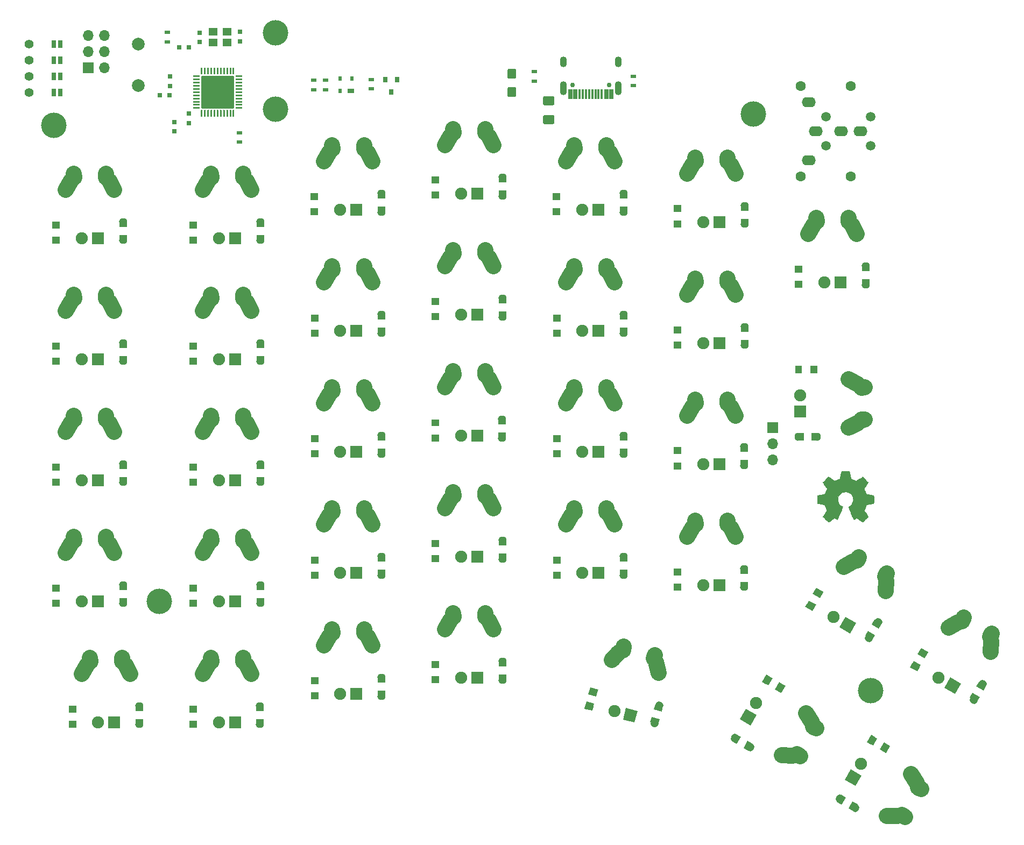
<source format=gbs>
G04 #@! TF.GenerationSoftware,KiCad,Pcbnew,(5.1.5)-3*
G04 #@! TF.CreationDate,2020-05-13T01:23:10+04:00*
G04 #@! TF.ProjectId,redox_rev2_ng,7265646f-785f-4726-9576-325f6e672e6b,2.0 NG*
G04 #@! TF.SameCoordinates,Original*
G04 #@! TF.FileFunction,Soldermask,Bot*
G04 #@! TF.FilePolarity,Negative*
%FSLAX46Y46*%
G04 Gerber Fmt 4.6, Leading zero omitted, Abs format (unit mm)*
G04 Created by KiCad (PCBNEW (5.1.5)-3) date 2020-05-13 01:23:10*
%MOMM*%
%LPD*%
G04 APERTURE LIST*
%ADD10C,0.010000*%
%ADD11C,1.905000*%
%ADD12C,0.100000*%
%ADD13C,2.500000*%
%ADD14R,1.905000X1.905000*%
%ADD15C,1.397000*%
%ADD16R,0.700000X1.550000*%
%ADD17R,0.400000X1.550000*%
%ADD18C,0.750000*%
%ADD19O,1.100000X2.200000*%
%ADD20O,1.100000X1.700000*%
%ADD21R,0.900000X0.500000*%
%ADD22R,0.800000X0.900000*%
%ADD23R,1.300000X0.900000*%
%ADD24O,1.300000X1.100000*%
%ADD25C,1.100000*%
%ADD26R,0.900000X1.300000*%
%ADD27O,1.100000X1.300000*%
%ADD28R,0.750000X0.800000*%
%ADD29R,1.300000X1.100000*%
%ADD30R,1.300000X0.700000*%
%ADD31R,1.100000X1.300000*%
%ADD32R,0.700000X1.300000*%
%ADD33R,0.635000X1.143000*%
%ADD34C,1.600000*%
%ADD35C,1.500000*%
%ADD36O,2.200000X1.600000*%
%ADD37O,1.700000X1.700000*%
%ADD38R,1.700000X1.700000*%
%ADD39R,1.000000X0.700000*%
%ADD40R,0.600000X0.700000*%
%ADD41R,1.400000X1.200000*%
%ADD42R,0.800000X0.750000*%
%ADD43C,4.000000*%
%ADD44C,2.000000*%
G04 APERTURE END LIST*
D10*
G36*
X209553464Y-109050427D02*
G01*
X209440882Y-109647618D01*
X209025469Y-109818865D01*
X208610055Y-109990112D01*
X208111698Y-109651233D01*
X207972131Y-109556877D01*
X207845971Y-109472630D01*
X207739104Y-109402338D01*
X207657417Y-109349847D01*
X207606798Y-109319004D01*
X207593013Y-109312353D01*
X207568179Y-109329458D01*
X207515111Y-109376744D01*
X207439759Y-109448172D01*
X207348070Y-109537700D01*
X207245992Y-109639289D01*
X207139473Y-109746898D01*
X207034463Y-109854487D01*
X206936908Y-109956015D01*
X206852757Y-110045441D01*
X206787959Y-110116726D01*
X206748462Y-110163828D01*
X206739019Y-110179592D01*
X206752608Y-110208653D01*
X206790706Y-110272321D01*
X206849306Y-110364367D01*
X206924402Y-110478564D01*
X207011991Y-110608684D01*
X207062745Y-110682901D01*
X207155254Y-110818422D01*
X207237459Y-110940716D01*
X207305369Y-111043695D01*
X207354999Y-111121273D01*
X207382359Y-111167361D01*
X207386470Y-111177047D01*
X207377150Y-111204574D01*
X207351745Y-111268728D01*
X207314088Y-111360490D01*
X207268013Y-111470839D01*
X207217353Y-111590755D01*
X207165940Y-111711219D01*
X207117610Y-111823209D01*
X207076193Y-111917707D01*
X207045525Y-111985692D01*
X207029438Y-112018143D01*
X207028488Y-112019420D01*
X207003227Y-112025617D01*
X206935954Y-112039440D01*
X206833639Y-112059532D01*
X206703258Y-112084534D01*
X206551783Y-112113086D01*
X206463406Y-112129551D01*
X206301547Y-112160369D01*
X206155350Y-112189694D01*
X206032212Y-112215921D01*
X205939530Y-112237446D01*
X205884698Y-112252665D01*
X205873676Y-112257493D01*
X205862881Y-112290174D01*
X205854170Y-112363985D01*
X205847539Y-112470292D01*
X205842981Y-112600467D01*
X205840490Y-112745876D01*
X205840061Y-112897890D01*
X205841688Y-113047877D01*
X205845364Y-113187206D01*
X205851084Y-113307245D01*
X205858842Y-113399365D01*
X205868631Y-113454932D01*
X205874503Y-113466500D01*
X205909600Y-113480365D01*
X205983971Y-113500188D01*
X206087776Y-113523639D01*
X206211180Y-113548391D01*
X206254258Y-113556398D01*
X206461952Y-113594441D01*
X206626015Y-113625079D01*
X206751869Y-113649529D01*
X206844934Y-113669009D01*
X206910632Y-113684736D01*
X206954382Y-113697928D01*
X206981607Y-113709804D01*
X206997727Y-113721580D01*
X206999982Y-113723908D01*
X207022496Y-113761400D01*
X207056841Y-113834365D01*
X207099588Y-113933867D01*
X207147307Y-114050973D01*
X207196569Y-114176748D01*
X207243944Y-114302257D01*
X207286004Y-114418565D01*
X207319319Y-114516739D01*
X207340458Y-114587843D01*
X207345994Y-114622942D01*
X207345533Y-114624172D01*
X207326776Y-114652861D01*
X207284223Y-114715985D01*
X207222346Y-114806973D01*
X207145617Y-114919255D01*
X207058508Y-115046260D01*
X207033701Y-115082353D01*
X206945247Y-115213203D01*
X206867411Y-115332591D01*
X206804433Y-115433662D01*
X206760554Y-115509559D01*
X206740014Y-115553427D01*
X206739019Y-115558817D01*
X206756277Y-115587144D01*
X206803964Y-115643261D01*
X206875949Y-115721137D01*
X206966102Y-115814740D01*
X207068294Y-115918041D01*
X207176394Y-116025006D01*
X207284271Y-116129606D01*
X207385795Y-116225809D01*
X207474837Y-116307584D01*
X207545266Y-116368900D01*
X207590952Y-116403726D01*
X207603590Y-116409412D01*
X207633008Y-116396020D01*
X207693238Y-116359899D01*
X207774470Y-116307136D01*
X207836969Y-116264667D01*
X207950214Y-116186740D01*
X208084325Y-116094984D01*
X208218844Y-116003375D01*
X208291166Y-115954346D01*
X208535961Y-115788770D01*
X208741449Y-115899875D01*
X208835063Y-115948548D01*
X208914669Y-115986381D01*
X208968532Y-116007958D01*
X208982242Y-116010961D01*
X208998729Y-115988793D01*
X209031254Y-115926149D01*
X209077391Y-115828809D01*
X209134709Y-115702549D01*
X209200783Y-115553150D01*
X209273184Y-115386388D01*
X209349483Y-115208042D01*
X209427253Y-115023891D01*
X209504065Y-114839712D01*
X209577493Y-114661285D01*
X209645107Y-114494387D01*
X209704479Y-114344797D01*
X209753183Y-114218293D01*
X209788789Y-114120654D01*
X209808869Y-114057657D01*
X209812099Y-114036021D01*
X209786503Y-114008424D01*
X209730461Y-113963625D01*
X209655688Y-113910934D01*
X209649412Y-113906765D01*
X209456154Y-113752069D01*
X209300325Y-113571591D01*
X209183275Y-113371102D01*
X209106354Y-113156374D01*
X209070913Y-112933177D01*
X209078302Y-112707281D01*
X209129872Y-112484459D01*
X209226973Y-112270479D01*
X209255541Y-112223664D01*
X209404131Y-112034618D01*
X209579672Y-111882812D01*
X209776089Y-111769034D01*
X209987306Y-111694075D01*
X210207246Y-111658722D01*
X210429836Y-111663767D01*
X210648998Y-111709999D01*
X210858657Y-111798206D01*
X211052738Y-111929179D01*
X211112773Y-111982337D01*
X211265564Y-112148739D01*
X211376902Y-112323912D01*
X211453276Y-112520266D01*
X211495812Y-112714717D01*
X211506313Y-112933342D01*
X211471299Y-113153052D01*
X211394326Y-113366420D01*
X211278952Y-113566022D01*
X211128734Y-113744429D01*
X210947226Y-113894217D01*
X210923372Y-113910006D01*
X210847798Y-113961712D01*
X210790348Y-114006512D01*
X210762882Y-114035117D01*
X210762482Y-114036021D01*
X210768379Y-114066964D01*
X210791754Y-114137191D01*
X210830178Y-114240925D01*
X210881222Y-114372390D01*
X210942457Y-114525807D01*
X211011455Y-114695401D01*
X211085786Y-114875393D01*
X211163021Y-115060008D01*
X211240731Y-115243468D01*
X211316488Y-115419996D01*
X211387862Y-115583814D01*
X211452425Y-115729147D01*
X211507747Y-115850217D01*
X211551399Y-115941247D01*
X211580953Y-115996460D01*
X211592855Y-116010961D01*
X211629222Y-115999669D01*
X211697269Y-115969385D01*
X211785263Y-115925520D01*
X211833649Y-115899875D01*
X212039136Y-115788770D01*
X212283931Y-115954346D01*
X212408893Y-116039170D01*
X212545704Y-116132516D01*
X212673911Y-116220408D01*
X212738128Y-116264667D01*
X212828448Y-116325318D01*
X212904928Y-116373381D01*
X212957592Y-116402770D01*
X212974697Y-116408982D01*
X212999594Y-116392223D01*
X213054694Y-116345436D01*
X213134656Y-116273480D01*
X213234139Y-116181212D01*
X213347799Y-116073490D01*
X213419684Y-116004326D01*
X213545448Y-115880757D01*
X213654136Y-115770234D01*
X213741354Y-115677485D01*
X213802710Y-115607237D01*
X213833808Y-115564220D01*
X213836791Y-115555490D01*
X213822946Y-115522284D01*
X213784687Y-115455142D01*
X213726258Y-115360863D01*
X213651902Y-115246245D01*
X213565864Y-115118083D01*
X213541397Y-115082353D01*
X213452245Y-114952489D01*
X213372261Y-114835569D01*
X213305919Y-114738162D01*
X213257688Y-114666839D01*
X213232042Y-114628170D01*
X213229564Y-114624172D01*
X213233270Y-114593355D01*
X213252938Y-114525599D01*
X213285139Y-114429839D01*
X213326444Y-114315009D01*
X213373424Y-114190044D01*
X213422650Y-114063879D01*
X213470691Y-113945448D01*
X213514118Y-113843685D01*
X213549503Y-113767526D01*
X213573415Y-113725904D01*
X213575115Y-113723908D01*
X213589737Y-113712013D01*
X213614434Y-113700250D01*
X213654627Y-113687401D01*
X213715736Y-113672249D01*
X213803182Y-113653576D01*
X213922387Y-113630165D01*
X214078772Y-113600797D01*
X214277756Y-113564255D01*
X214320839Y-113556398D01*
X214448529Y-113531727D01*
X214559846Y-113507593D01*
X214644954Y-113486324D01*
X214694016Y-113470248D01*
X214700594Y-113466500D01*
X214711435Y-113433273D01*
X214720246Y-113359021D01*
X214727023Y-113252376D01*
X214731759Y-113121967D01*
X214734449Y-112976427D01*
X214735086Y-112824386D01*
X214733665Y-112674476D01*
X214730179Y-112535328D01*
X214724623Y-112415572D01*
X214716991Y-112323841D01*
X214707277Y-112268766D01*
X214701421Y-112257493D01*
X214668819Y-112246123D01*
X214594581Y-112227624D01*
X214486103Y-112203602D01*
X214350782Y-112175662D01*
X214196014Y-112145408D01*
X214111692Y-112129551D01*
X213951703Y-112099644D01*
X213809032Y-112072550D01*
X213690651Y-112049631D01*
X213603534Y-112032243D01*
X213554654Y-112021747D01*
X213546609Y-112019420D01*
X213533012Y-111993186D01*
X213504270Y-111929995D01*
X213464214Y-111838877D01*
X213416675Y-111728857D01*
X213365484Y-111608965D01*
X213314473Y-111488227D01*
X213267473Y-111375671D01*
X213228315Y-111280326D01*
X213200830Y-111211217D01*
X213188850Y-111177374D01*
X213188627Y-111175895D01*
X213202208Y-111149197D01*
X213240284Y-111087760D01*
X213298852Y-110997689D01*
X213373911Y-110885090D01*
X213461459Y-110756070D01*
X213512352Y-110681961D01*
X213605090Y-110546077D01*
X213687458Y-110422709D01*
X213755438Y-110318097D01*
X213805011Y-110238483D01*
X213832157Y-110190107D01*
X213836078Y-110179262D01*
X213819224Y-110154020D01*
X213772631Y-110100124D01*
X213702251Y-110023613D01*
X213614034Y-109930523D01*
X213513934Y-109826895D01*
X213407901Y-109718764D01*
X213301888Y-109612170D01*
X213201847Y-109513150D01*
X213113729Y-109427742D01*
X213043486Y-109361985D01*
X212997071Y-109321916D01*
X212981543Y-109312353D01*
X212956260Y-109325800D01*
X212895788Y-109363575D01*
X212806007Y-109421835D01*
X212692796Y-109496734D01*
X212562036Y-109584425D01*
X212463400Y-109651233D01*
X211965042Y-109990112D01*
X211549629Y-109818865D01*
X211134215Y-109647618D01*
X211021633Y-109050427D01*
X210909050Y-108453235D01*
X209666047Y-108453235D01*
X209553464Y-109050427D01*
G37*
X209553464Y-109050427D02*
X209440882Y-109647618D01*
X209025469Y-109818865D01*
X208610055Y-109990112D01*
X208111698Y-109651233D01*
X207972131Y-109556877D01*
X207845971Y-109472630D01*
X207739104Y-109402338D01*
X207657417Y-109349847D01*
X207606798Y-109319004D01*
X207593013Y-109312353D01*
X207568179Y-109329458D01*
X207515111Y-109376744D01*
X207439759Y-109448172D01*
X207348070Y-109537700D01*
X207245992Y-109639289D01*
X207139473Y-109746898D01*
X207034463Y-109854487D01*
X206936908Y-109956015D01*
X206852757Y-110045441D01*
X206787959Y-110116726D01*
X206748462Y-110163828D01*
X206739019Y-110179592D01*
X206752608Y-110208653D01*
X206790706Y-110272321D01*
X206849306Y-110364367D01*
X206924402Y-110478564D01*
X207011991Y-110608684D01*
X207062745Y-110682901D01*
X207155254Y-110818422D01*
X207237459Y-110940716D01*
X207305369Y-111043695D01*
X207354999Y-111121273D01*
X207382359Y-111167361D01*
X207386470Y-111177047D01*
X207377150Y-111204574D01*
X207351745Y-111268728D01*
X207314088Y-111360490D01*
X207268013Y-111470839D01*
X207217353Y-111590755D01*
X207165940Y-111711219D01*
X207117610Y-111823209D01*
X207076193Y-111917707D01*
X207045525Y-111985692D01*
X207029438Y-112018143D01*
X207028488Y-112019420D01*
X207003227Y-112025617D01*
X206935954Y-112039440D01*
X206833639Y-112059532D01*
X206703258Y-112084534D01*
X206551783Y-112113086D01*
X206463406Y-112129551D01*
X206301547Y-112160369D01*
X206155350Y-112189694D01*
X206032212Y-112215921D01*
X205939530Y-112237446D01*
X205884698Y-112252665D01*
X205873676Y-112257493D01*
X205862881Y-112290174D01*
X205854170Y-112363985D01*
X205847539Y-112470292D01*
X205842981Y-112600467D01*
X205840490Y-112745876D01*
X205840061Y-112897890D01*
X205841688Y-113047877D01*
X205845364Y-113187206D01*
X205851084Y-113307245D01*
X205858842Y-113399365D01*
X205868631Y-113454932D01*
X205874503Y-113466500D01*
X205909600Y-113480365D01*
X205983971Y-113500188D01*
X206087776Y-113523639D01*
X206211180Y-113548391D01*
X206254258Y-113556398D01*
X206461952Y-113594441D01*
X206626015Y-113625079D01*
X206751869Y-113649529D01*
X206844934Y-113669009D01*
X206910632Y-113684736D01*
X206954382Y-113697928D01*
X206981607Y-113709804D01*
X206997727Y-113721580D01*
X206999982Y-113723908D01*
X207022496Y-113761400D01*
X207056841Y-113834365D01*
X207099588Y-113933867D01*
X207147307Y-114050973D01*
X207196569Y-114176748D01*
X207243944Y-114302257D01*
X207286004Y-114418565D01*
X207319319Y-114516739D01*
X207340458Y-114587843D01*
X207345994Y-114622942D01*
X207345533Y-114624172D01*
X207326776Y-114652861D01*
X207284223Y-114715985D01*
X207222346Y-114806973D01*
X207145617Y-114919255D01*
X207058508Y-115046260D01*
X207033701Y-115082353D01*
X206945247Y-115213203D01*
X206867411Y-115332591D01*
X206804433Y-115433662D01*
X206760554Y-115509559D01*
X206740014Y-115553427D01*
X206739019Y-115558817D01*
X206756277Y-115587144D01*
X206803964Y-115643261D01*
X206875949Y-115721137D01*
X206966102Y-115814740D01*
X207068294Y-115918041D01*
X207176394Y-116025006D01*
X207284271Y-116129606D01*
X207385795Y-116225809D01*
X207474837Y-116307584D01*
X207545266Y-116368900D01*
X207590952Y-116403726D01*
X207603590Y-116409412D01*
X207633008Y-116396020D01*
X207693238Y-116359899D01*
X207774470Y-116307136D01*
X207836969Y-116264667D01*
X207950214Y-116186740D01*
X208084325Y-116094984D01*
X208218844Y-116003375D01*
X208291166Y-115954346D01*
X208535961Y-115788770D01*
X208741449Y-115899875D01*
X208835063Y-115948548D01*
X208914669Y-115986381D01*
X208968532Y-116007958D01*
X208982242Y-116010961D01*
X208998729Y-115988793D01*
X209031254Y-115926149D01*
X209077391Y-115828809D01*
X209134709Y-115702549D01*
X209200783Y-115553150D01*
X209273184Y-115386388D01*
X209349483Y-115208042D01*
X209427253Y-115023891D01*
X209504065Y-114839712D01*
X209577493Y-114661285D01*
X209645107Y-114494387D01*
X209704479Y-114344797D01*
X209753183Y-114218293D01*
X209788789Y-114120654D01*
X209808869Y-114057657D01*
X209812099Y-114036021D01*
X209786503Y-114008424D01*
X209730461Y-113963625D01*
X209655688Y-113910934D01*
X209649412Y-113906765D01*
X209456154Y-113752069D01*
X209300325Y-113571591D01*
X209183275Y-113371102D01*
X209106354Y-113156374D01*
X209070913Y-112933177D01*
X209078302Y-112707281D01*
X209129872Y-112484459D01*
X209226973Y-112270479D01*
X209255541Y-112223664D01*
X209404131Y-112034618D01*
X209579672Y-111882812D01*
X209776089Y-111769034D01*
X209987306Y-111694075D01*
X210207246Y-111658722D01*
X210429836Y-111663767D01*
X210648998Y-111709999D01*
X210858657Y-111798206D01*
X211052738Y-111929179D01*
X211112773Y-111982337D01*
X211265564Y-112148739D01*
X211376902Y-112323912D01*
X211453276Y-112520266D01*
X211495812Y-112714717D01*
X211506313Y-112933342D01*
X211471299Y-113153052D01*
X211394326Y-113366420D01*
X211278952Y-113566022D01*
X211128734Y-113744429D01*
X210947226Y-113894217D01*
X210923372Y-113910006D01*
X210847798Y-113961712D01*
X210790348Y-114006512D01*
X210762882Y-114035117D01*
X210762482Y-114036021D01*
X210768379Y-114066964D01*
X210791754Y-114137191D01*
X210830178Y-114240925D01*
X210881222Y-114372390D01*
X210942457Y-114525807D01*
X211011455Y-114695401D01*
X211085786Y-114875393D01*
X211163021Y-115060008D01*
X211240731Y-115243468D01*
X211316488Y-115419996D01*
X211387862Y-115583814D01*
X211452425Y-115729147D01*
X211507747Y-115850217D01*
X211551399Y-115941247D01*
X211580953Y-115996460D01*
X211592855Y-116010961D01*
X211629222Y-115999669D01*
X211697269Y-115969385D01*
X211785263Y-115925520D01*
X211833649Y-115899875D01*
X212039136Y-115788770D01*
X212283931Y-115954346D01*
X212408893Y-116039170D01*
X212545704Y-116132516D01*
X212673911Y-116220408D01*
X212738128Y-116264667D01*
X212828448Y-116325318D01*
X212904928Y-116373381D01*
X212957592Y-116402770D01*
X212974697Y-116408982D01*
X212999594Y-116392223D01*
X213054694Y-116345436D01*
X213134656Y-116273480D01*
X213234139Y-116181212D01*
X213347799Y-116073490D01*
X213419684Y-116004326D01*
X213545448Y-115880757D01*
X213654136Y-115770234D01*
X213741354Y-115677485D01*
X213802710Y-115607237D01*
X213833808Y-115564220D01*
X213836791Y-115555490D01*
X213822946Y-115522284D01*
X213784687Y-115455142D01*
X213726258Y-115360863D01*
X213651902Y-115246245D01*
X213565864Y-115118083D01*
X213541397Y-115082353D01*
X213452245Y-114952489D01*
X213372261Y-114835569D01*
X213305919Y-114738162D01*
X213257688Y-114666839D01*
X213232042Y-114628170D01*
X213229564Y-114624172D01*
X213233270Y-114593355D01*
X213252938Y-114525599D01*
X213285139Y-114429839D01*
X213326444Y-114315009D01*
X213373424Y-114190044D01*
X213422650Y-114063879D01*
X213470691Y-113945448D01*
X213514118Y-113843685D01*
X213549503Y-113767526D01*
X213573415Y-113725904D01*
X213575115Y-113723908D01*
X213589737Y-113712013D01*
X213614434Y-113700250D01*
X213654627Y-113687401D01*
X213715736Y-113672249D01*
X213803182Y-113653576D01*
X213922387Y-113630165D01*
X214078772Y-113600797D01*
X214277756Y-113564255D01*
X214320839Y-113556398D01*
X214448529Y-113531727D01*
X214559846Y-113507593D01*
X214644954Y-113486324D01*
X214694016Y-113470248D01*
X214700594Y-113466500D01*
X214711435Y-113433273D01*
X214720246Y-113359021D01*
X214727023Y-113252376D01*
X214731759Y-113121967D01*
X214734449Y-112976427D01*
X214735086Y-112824386D01*
X214733665Y-112674476D01*
X214730179Y-112535328D01*
X214724623Y-112415572D01*
X214716991Y-112323841D01*
X214707277Y-112268766D01*
X214701421Y-112257493D01*
X214668819Y-112246123D01*
X214594581Y-112227624D01*
X214486103Y-112203602D01*
X214350782Y-112175662D01*
X214196014Y-112145408D01*
X214111692Y-112129551D01*
X213951703Y-112099644D01*
X213809032Y-112072550D01*
X213690651Y-112049631D01*
X213603534Y-112032243D01*
X213554654Y-112021747D01*
X213546609Y-112019420D01*
X213533012Y-111993186D01*
X213504270Y-111929995D01*
X213464214Y-111838877D01*
X213416675Y-111728857D01*
X213365484Y-111608965D01*
X213314473Y-111488227D01*
X213267473Y-111375671D01*
X213228315Y-111280326D01*
X213200830Y-111211217D01*
X213188850Y-111177374D01*
X213188627Y-111175895D01*
X213202208Y-111149197D01*
X213240284Y-111087760D01*
X213298852Y-110997689D01*
X213373911Y-110885090D01*
X213461459Y-110756070D01*
X213512352Y-110681961D01*
X213605090Y-110546077D01*
X213687458Y-110422709D01*
X213755438Y-110318097D01*
X213805011Y-110238483D01*
X213832157Y-110190107D01*
X213836078Y-110179262D01*
X213819224Y-110154020D01*
X213772631Y-110100124D01*
X213702251Y-110023613D01*
X213614034Y-109930523D01*
X213513934Y-109826895D01*
X213407901Y-109718764D01*
X213301888Y-109612170D01*
X213201847Y-109513150D01*
X213113729Y-109427742D01*
X213043486Y-109361985D01*
X212997071Y-109321916D01*
X212981543Y-109312353D01*
X212956260Y-109325800D01*
X212895788Y-109363575D01*
X212806007Y-109421835D01*
X212692796Y-109496734D01*
X212562036Y-109584425D01*
X212463400Y-109651233D01*
X211965042Y-109990112D01*
X211549629Y-109818865D01*
X211134215Y-109647618D01*
X211021633Y-109050427D01*
X210909050Y-108453235D01*
X209666047Y-108453235D01*
X209553464Y-109050427D01*
D11*
X196260591Y-144950148D03*
D12*
G36*
X194641952Y-145848713D02*
G01*
X196291730Y-146801213D01*
X195339230Y-148450991D01*
X193689452Y-147498491D01*
X194641952Y-145848713D01*
G37*
D13*
X205693690Y-148930198D02*
X205172834Y-148675034D01*
X201989288Y-153187660D02*
X200319518Y-153159972D01*
X204988835Y-147992294D02*
X204129971Y-146560074D01*
X203153966Y-153329130D02*
X202672558Y-153005638D01*
D11*
X203200000Y-96520000D03*
D14*
X203200000Y-99060000D03*
D13*
X213359328Y-95250276D02*
X212780672Y-95289724D01*
X212279954Y-100789547D02*
X210820046Y-101600453D01*
X212279954Y-94790453D02*
X210820046Y-93979547D01*
X213359328Y-100329724D02*
X212780672Y-100290276D01*
D11*
X212770591Y-154475148D03*
D12*
G36*
X211151952Y-155373713D02*
G01*
X212801730Y-156326213D01*
X211849230Y-157975991D01*
X210199452Y-157023491D01*
X211151952Y-155373713D01*
G37*
D13*
X222203690Y-158455198D02*
X221682834Y-158200034D01*
X218499288Y-162712660D02*
X216829518Y-162684972D01*
X221498835Y-157517294D02*
X220639971Y-156085074D01*
X219663966Y-162854130D02*
X219182558Y-162530638D01*
D14*
X92710000Y-71755000D03*
D11*
X90170000Y-71755000D03*
D13*
X93979724Y-61595672D02*
X93940276Y-62174328D01*
X88440453Y-62675046D02*
X87629547Y-64134954D01*
X94439547Y-62675046D02*
X95250453Y-64134954D01*
X88900276Y-61595672D02*
X88939724Y-62174328D01*
D14*
X92710000Y-90805000D03*
D11*
X90170000Y-90805000D03*
D13*
X93979724Y-80645672D02*
X93940276Y-81224328D01*
X88440453Y-81725046D02*
X87629547Y-83184954D01*
X94439547Y-81725046D02*
X95250453Y-83184954D01*
X88900276Y-80645672D02*
X88939724Y-81224328D01*
D14*
X92710000Y-109855000D03*
D11*
X90170000Y-109855000D03*
D13*
X93979724Y-99695672D02*
X93940276Y-100274328D01*
X88440453Y-100775046D02*
X87629547Y-102234954D01*
X94439547Y-100775046D02*
X95250453Y-102234954D01*
X88900276Y-99695672D02*
X88939724Y-100274328D01*
D14*
X92710000Y-128905000D03*
D11*
X90170000Y-128905000D03*
D13*
X93979724Y-118745672D02*
X93940276Y-119324328D01*
X88440453Y-119825046D02*
X87629547Y-121284954D01*
X94439547Y-119825046D02*
X95250453Y-121284954D01*
X88900276Y-118745672D02*
X88939724Y-119324328D01*
D12*
G36*
X175275356Y-147514122D02*
G01*
X175768406Y-145674034D01*
X177608494Y-146167084D01*
X177115444Y-148007172D01*
X175275356Y-147514122D01*
G37*
D11*
X173988473Y-146183203D03*
D13*
X180297812Y-137356074D02*
X180109940Y-137904804D01*
X174667925Y-136965002D02*
X173506797Y-138165286D01*
X180462604Y-138517681D02*
X180868028Y-140137721D01*
X175391441Y-136041416D02*
X175279779Y-136610566D01*
D15*
X81800000Y-41200000D03*
X81800000Y-43740000D03*
X81800000Y-46280000D03*
X81800000Y-48820000D03*
D16*
X173425000Y-49095000D03*
X166975000Y-49095000D03*
X172650000Y-49095000D03*
X167750000Y-49095000D03*
D17*
X168450000Y-49095000D03*
X171950000Y-49095000D03*
X168950000Y-49095000D03*
X171450000Y-49095000D03*
X169450000Y-49095000D03*
X170950000Y-49095000D03*
X170450000Y-49095000D03*
X169950000Y-49095000D03*
D18*
X173090000Y-47650000D03*
D19*
X165880000Y-48180000D03*
X174520000Y-48180000D03*
D20*
X165880000Y-44000000D03*
X174520000Y-44000000D03*
D18*
X167310000Y-47650000D03*
D14*
X133350000Y-67310000D03*
D11*
X130810000Y-67310000D03*
D13*
X134619724Y-57150672D02*
X134580276Y-57729328D01*
X129080453Y-58230046D02*
X128269547Y-59689954D01*
X135079547Y-58230046D02*
X135890453Y-59689954D01*
X129540276Y-57150672D02*
X129579724Y-57729328D01*
D14*
X190500000Y-69215000D03*
D11*
X187960000Y-69215000D03*
D13*
X191769724Y-59055672D02*
X191730276Y-59634328D01*
X186230453Y-60135046D02*
X185419547Y-61594954D01*
X192229547Y-60135046D02*
X193040453Y-61594954D01*
X186690276Y-59055672D02*
X186729724Y-59634328D01*
D14*
X114300000Y-71755000D03*
D11*
X111760000Y-71755000D03*
D13*
X115569724Y-61595672D02*
X115530276Y-62174328D01*
X110030453Y-62675046D02*
X109219547Y-64134954D01*
X116029547Y-62675046D02*
X116840453Y-64134954D01*
X110490276Y-61595672D02*
X110529724Y-62174328D01*
D14*
X95250000Y-147955000D03*
D11*
X92710000Y-147955000D03*
D13*
X96519724Y-137795672D02*
X96480276Y-138374328D01*
X90980453Y-138875046D02*
X90169547Y-140334954D01*
X96979547Y-138875046D02*
X97790453Y-140334954D01*
X91440276Y-137795672D02*
X91479724Y-138374328D01*
D14*
X114300000Y-90805000D03*
D11*
X111760000Y-90805000D03*
D13*
X115569724Y-80645672D02*
X115530276Y-81224328D01*
X110030453Y-81725046D02*
X109219547Y-83184954D01*
X116029547Y-81725046D02*
X116840453Y-83184954D01*
X110490276Y-80645672D02*
X110529724Y-81224328D01*
D14*
X114300000Y-109855000D03*
D11*
X111760000Y-109855000D03*
D13*
X115569724Y-99695672D02*
X115530276Y-100274328D01*
X110030453Y-100775046D02*
X109219547Y-102234954D01*
X116029547Y-100775046D02*
X116840453Y-102234954D01*
X110490276Y-99695672D02*
X110529724Y-100274328D01*
D14*
X114300000Y-128905000D03*
D11*
X111760000Y-128905000D03*
D13*
X115569724Y-118745672D02*
X115530276Y-119324328D01*
X110030453Y-119825046D02*
X109219547Y-121284954D01*
X116029547Y-119825046D02*
X116840453Y-121284954D01*
X110490276Y-118745672D02*
X110529724Y-119324328D01*
D14*
X114300000Y-147955000D03*
D11*
X111760000Y-147955000D03*
D13*
X115569724Y-137795672D02*
X115530276Y-138374328D01*
X110030453Y-138875046D02*
X109219547Y-140334954D01*
X116029547Y-138875046D02*
X116840453Y-140334954D01*
X110490276Y-137795672D02*
X110529724Y-138374328D01*
D14*
X133350000Y-86360000D03*
D11*
X130810000Y-86360000D03*
D13*
X134619724Y-76200672D02*
X134580276Y-76779328D01*
X129080453Y-77280046D02*
X128269547Y-78739954D01*
X135079547Y-77280046D02*
X135890453Y-78739954D01*
X129540276Y-76200672D02*
X129579724Y-76779328D01*
D14*
X133350000Y-105410000D03*
D11*
X130810000Y-105410000D03*
D13*
X134619724Y-95250672D02*
X134580276Y-95829328D01*
X129080453Y-96330046D02*
X128269547Y-97789954D01*
X135079547Y-96330046D02*
X135890453Y-97789954D01*
X129540276Y-95250672D02*
X129579724Y-95829328D01*
D14*
X133350000Y-124460000D03*
D11*
X130810000Y-124460000D03*
D13*
X134619724Y-114300672D02*
X134580276Y-114879328D01*
X129080453Y-115380046D02*
X128269547Y-116839954D01*
X135079547Y-115380046D02*
X135890453Y-116839954D01*
X129540276Y-114300672D02*
X129579724Y-114879328D01*
D14*
X133350000Y-143510000D03*
D11*
X130810000Y-143510000D03*
D13*
X134619724Y-133350672D02*
X134580276Y-133929328D01*
X129080453Y-134430046D02*
X128269547Y-135889954D01*
X135079547Y-134430046D02*
X135890453Y-135889954D01*
X129540276Y-133350672D02*
X129579724Y-133929328D01*
D14*
X152400000Y-64770000D03*
D11*
X149860000Y-64770000D03*
D13*
X153669724Y-54610672D02*
X153630276Y-55189328D01*
X148130453Y-55690046D02*
X147319547Y-57149954D01*
X154129547Y-55690046D02*
X154940453Y-57149954D01*
X148590276Y-54610672D02*
X148629724Y-55189328D01*
D14*
X152400000Y-83820000D03*
D11*
X149860000Y-83820000D03*
D13*
X153669724Y-73660672D02*
X153630276Y-74239328D01*
X148130453Y-74740046D02*
X147319547Y-76199954D01*
X154129547Y-74740046D02*
X154940453Y-76199954D01*
X148590276Y-73660672D02*
X148629724Y-74239328D01*
D14*
X152400000Y-102870000D03*
D11*
X149860000Y-102870000D03*
D13*
X153669724Y-92710672D02*
X153630276Y-93289328D01*
X148130453Y-93790046D02*
X147319547Y-95249954D01*
X154129547Y-93790046D02*
X154940453Y-95249954D01*
X148590276Y-92710672D02*
X148629724Y-93289328D01*
D14*
X152400000Y-121920000D03*
D11*
X149860000Y-121920000D03*
D13*
X153669724Y-111760672D02*
X153630276Y-112339328D01*
X148130453Y-112840046D02*
X147319547Y-114299954D01*
X154129547Y-112840046D02*
X154940453Y-114299954D01*
X148590276Y-111760672D02*
X148629724Y-112339328D01*
D14*
X152400000Y-140970000D03*
D11*
X149860000Y-140970000D03*
D13*
X153669724Y-130810672D02*
X153630276Y-131389328D01*
X148130453Y-131890046D02*
X147319547Y-133349954D01*
X154129547Y-131890046D02*
X154940453Y-133349954D01*
X148590276Y-130810672D02*
X148629724Y-131389328D01*
D14*
X171450000Y-67310000D03*
D11*
X168910000Y-67310000D03*
D13*
X172719724Y-57150672D02*
X172680276Y-57729328D01*
X167180453Y-58230046D02*
X166369547Y-59689954D01*
X173179547Y-58230046D02*
X173990453Y-59689954D01*
X167640276Y-57150672D02*
X167679724Y-57729328D01*
D14*
X171450000Y-86360000D03*
D11*
X168910000Y-86360000D03*
D13*
X172719724Y-76200672D02*
X172680276Y-76779328D01*
X167180453Y-77280046D02*
X166369547Y-78739954D01*
X173179547Y-77280046D02*
X173990453Y-78739954D01*
X167640276Y-76200672D02*
X167679724Y-76779328D01*
D14*
X171450000Y-105410000D03*
D11*
X168910000Y-105410000D03*
D13*
X172719724Y-95250672D02*
X172680276Y-95829328D01*
X167180453Y-96330046D02*
X166369547Y-97789954D01*
X173179547Y-96330046D02*
X173990453Y-97789954D01*
X167640276Y-95250672D02*
X167679724Y-95829328D01*
D14*
X171450000Y-124460000D03*
D11*
X168910000Y-124460000D03*
D13*
X172719724Y-114300672D02*
X172680276Y-114879328D01*
X167180453Y-115380046D02*
X166369547Y-116839954D01*
X173179547Y-115380046D02*
X173990453Y-116839954D01*
X167640276Y-114300672D02*
X167679724Y-114879328D01*
D14*
X190500000Y-88265000D03*
D11*
X187960000Y-88265000D03*
D13*
X191769724Y-78105672D02*
X191730276Y-78684328D01*
X186230453Y-79185046D02*
X185419547Y-80644954D01*
X192229547Y-79185046D02*
X193040453Y-80644954D01*
X186690276Y-78105672D02*
X186729724Y-78684328D01*
D14*
X190500000Y-107315000D03*
D11*
X187960000Y-107315000D03*
D13*
X191769724Y-97155672D02*
X191730276Y-97734328D01*
X186230453Y-98235046D02*
X185419547Y-99694954D01*
X192229547Y-98235046D02*
X193040453Y-99694954D01*
X186690276Y-97155672D02*
X186729724Y-97734328D01*
D14*
X190500000Y-126365000D03*
D11*
X187960000Y-126365000D03*
D13*
X191769724Y-116205672D02*
X191730276Y-116784328D01*
X186230453Y-117285046D02*
X185419547Y-118744954D01*
X192229547Y-117285046D02*
X193040453Y-118744954D01*
X186690276Y-116205672D02*
X186729724Y-116784328D01*
D14*
X209550000Y-78740000D03*
D11*
X207010000Y-78740000D03*
D13*
X210819724Y-68580672D02*
X210780276Y-69159328D01*
X205280453Y-69660046D02*
X204469547Y-71119954D01*
X211279547Y-69660046D02*
X212090453Y-71119954D01*
X205740276Y-68580672D02*
X205779724Y-69159328D01*
D12*
G36*
X209348713Y-133018048D02*
G01*
X210301213Y-131368270D01*
X211950991Y-132320770D01*
X210998491Y-133970548D01*
X209348713Y-133018048D01*
G37*
D11*
X208450148Y-131399409D03*
D13*
X216829130Y-124506034D02*
X216505638Y-124987442D01*
X211492294Y-122671165D02*
X210060074Y-123530029D01*
X216687660Y-125670712D02*
X216659972Y-127340482D01*
X212430198Y-121966310D02*
X212175034Y-122487166D01*
D12*
G36*
X225858713Y-142543048D02*
G01*
X226811213Y-140893270D01*
X228460991Y-141845770D01*
X227508491Y-143495548D01*
X225858713Y-142543048D01*
G37*
D11*
X224960148Y-140924409D03*
D13*
X233339130Y-134031034D02*
X233015638Y-134512442D01*
X228002294Y-132196165D02*
X226570074Y-133055029D01*
X233197660Y-135195712D02*
X233169972Y-136865482D01*
X228940198Y-131491310D02*
X228685034Y-132012166D01*
D21*
X135700000Y-48250000D03*
X135700000Y-46750000D03*
D22*
X138800000Y-48750000D03*
X139750000Y-46750000D03*
X137850000Y-46750000D03*
D23*
X96647000Y-71662000D03*
X96647000Y-69562000D03*
D24*
X96647000Y-72112000D03*
X96647000Y-69112000D03*
D23*
X96647000Y-90712000D03*
X96647000Y-88612000D03*
D24*
X96647000Y-91162000D03*
X96647000Y-88162000D03*
D23*
X96647000Y-109762000D03*
X96647000Y-107662000D03*
D24*
X96647000Y-110212000D03*
X96647000Y-107212000D03*
D23*
X96647000Y-128812000D03*
X96647000Y-126712000D03*
D24*
X96647000Y-129262000D03*
X96647000Y-126262000D03*
D23*
X99187000Y-147862000D03*
X99187000Y-145762000D03*
D24*
X99187000Y-148312000D03*
X99187000Y-145312000D03*
D23*
X118237000Y-71662000D03*
X118237000Y-69562000D03*
D24*
X118237000Y-72112000D03*
X118237000Y-69112000D03*
D23*
X118237000Y-90712000D03*
X118237000Y-88612000D03*
D24*
X118237000Y-91162000D03*
X118237000Y-88162000D03*
D23*
X118237000Y-109762000D03*
X118237000Y-107662000D03*
D24*
X118237000Y-110212000D03*
X118237000Y-107212000D03*
D23*
X118237000Y-128812000D03*
X118237000Y-126712000D03*
D24*
X118237000Y-129262000D03*
X118237000Y-126262000D03*
D23*
X118200000Y-147862000D03*
X118200000Y-145762000D03*
D24*
X118200000Y-148312000D03*
X118200000Y-145312000D03*
D23*
X137300000Y-67217000D03*
X137300000Y-65117000D03*
D24*
X137300000Y-67667000D03*
X137300000Y-64667000D03*
D23*
X137300000Y-86267000D03*
X137300000Y-84167000D03*
D24*
X137300000Y-86717000D03*
X137300000Y-83717000D03*
D23*
X137287000Y-105317000D03*
X137287000Y-103217000D03*
D24*
X137287000Y-105767000D03*
X137287000Y-102767000D03*
D23*
X137287000Y-124367000D03*
X137287000Y-122267000D03*
D24*
X137287000Y-124817000D03*
X137287000Y-121817000D03*
D23*
X137287000Y-143417000D03*
X137287000Y-141317000D03*
D24*
X137287000Y-143867000D03*
X137287000Y-140867000D03*
D23*
X156337000Y-64677000D03*
X156337000Y-62577000D03*
D24*
X156337000Y-65127000D03*
X156337000Y-62127000D03*
D23*
X156337000Y-83727000D03*
X156337000Y-81627000D03*
D24*
X156337000Y-84177000D03*
X156337000Y-81177000D03*
D23*
X156300000Y-102777000D03*
X156300000Y-100677000D03*
D24*
X156300000Y-103227000D03*
X156300000Y-100227000D03*
D23*
X156337000Y-121827000D03*
X156337000Y-119727000D03*
D24*
X156337000Y-122277000D03*
X156337000Y-119277000D03*
D23*
X156337000Y-140877000D03*
X156337000Y-138777000D03*
D24*
X156337000Y-141327000D03*
X156337000Y-138327000D03*
D23*
X175387000Y-67217000D03*
X175387000Y-65117000D03*
D24*
X175387000Y-67667000D03*
X175387000Y-64667000D03*
D23*
X175387000Y-86267000D03*
X175387000Y-84167000D03*
D24*
X175387000Y-86717000D03*
X175387000Y-83717000D03*
D23*
X175387000Y-105317000D03*
X175387000Y-103217000D03*
D24*
X175387000Y-105767000D03*
X175387000Y-102767000D03*
D23*
X175400000Y-124367000D03*
X175400000Y-122267000D03*
D24*
X175400000Y-124817000D03*
X175400000Y-121817000D03*
D12*
G36*
X179810857Y-147096323D02*
G01*
X181066560Y-147432788D01*
X180833623Y-148302121D01*
X179577920Y-147965656D01*
X179810857Y-147096323D01*
G37*
G36*
X180354377Y-145067879D02*
G01*
X181610080Y-145404344D01*
X181377143Y-146273677D01*
X180121440Y-145937212D01*
X180354377Y-145067879D01*
G37*
D25*
X180302364Y-148159771D02*
X180109178Y-148108007D01*
X181078822Y-145261993D02*
X180885636Y-145210229D01*
D23*
X194437000Y-69122000D03*
X194437000Y-67022000D03*
D24*
X194437000Y-69572000D03*
X194437000Y-66572000D03*
D23*
X194437000Y-88172000D03*
X194437000Y-86072000D03*
D24*
X194437000Y-88622000D03*
X194437000Y-85622000D03*
D23*
X194400000Y-107095000D03*
X194400000Y-104995000D03*
D24*
X194400000Y-107545000D03*
X194400000Y-104545000D03*
D23*
X194400000Y-126272000D03*
X194400000Y-124172000D03*
D24*
X194400000Y-126722000D03*
X194400000Y-123722000D03*
D12*
G36*
X193861384Y-150267083D02*
G01*
X193211384Y-151392917D01*
X192431962Y-150942917D01*
X193081962Y-149817083D01*
X193861384Y-150267083D01*
G37*
G36*
X195680038Y-151317083D02*
G01*
X195030038Y-152442917D01*
X194250616Y-151992917D01*
X194900616Y-150867083D01*
X195680038Y-151317083D01*
G37*
D25*
X192706962Y-150466603D02*
X192806962Y-150293397D01*
X195305038Y-151966603D02*
X195405038Y-151793397D01*
D23*
X213487000Y-78647000D03*
X213487000Y-76547000D03*
D24*
X213487000Y-79097000D03*
X213487000Y-76097000D03*
D26*
X203293000Y-102997000D03*
X205393000Y-102997000D03*
D27*
X202843000Y-102997000D03*
X205843000Y-102997000D03*
D12*
G36*
X213837083Y-133594616D02*
G01*
X214962917Y-134244616D01*
X214512917Y-135024038D01*
X213387083Y-134374038D01*
X213837083Y-133594616D01*
G37*
G36*
X214887083Y-131775962D02*
G01*
X216012917Y-132425962D01*
X215562917Y-133205384D01*
X214437083Y-132555384D01*
X214887083Y-131775962D01*
G37*
D25*
X214036603Y-134749038D02*
X213863397Y-134649038D01*
X215536603Y-132150962D02*
X215363397Y-132050962D01*
D12*
G36*
X230277083Y-143323616D02*
G01*
X231402917Y-143973616D01*
X230952917Y-144753038D01*
X229827083Y-144103038D01*
X230277083Y-143323616D01*
G37*
G36*
X231327083Y-141504962D02*
G01*
X232452917Y-142154962D01*
X232002917Y-142934384D01*
X230877083Y-142284384D01*
X231327083Y-141504962D01*
G37*
D25*
X230476603Y-144478038D02*
X230303397Y-144378038D01*
X231976603Y-141879962D02*
X231803397Y-141779962D01*
D12*
G36*
X210371384Y-159792083D02*
G01*
X209721384Y-160917917D01*
X208941962Y-160467917D01*
X209591962Y-159342083D01*
X210371384Y-159792083D01*
G37*
G36*
X212190038Y-160842083D02*
G01*
X211540038Y-161967917D01*
X210760616Y-161517917D01*
X211410616Y-160392083D01*
X212190038Y-160842083D01*
G37*
D25*
X209216962Y-159991603D02*
X209316962Y-159818397D01*
X211815038Y-161491603D02*
X211915038Y-161318397D01*
D28*
X104700000Y-53450000D03*
X104700000Y-54950000D03*
D29*
X86106000Y-69716000D03*
X86106000Y-72016000D03*
D30*
X86106000Y-69466000D03*
X86106000Y-72266000D03*
D29*
X86100000Y-88750000D03*
X86100000Y-91050000D03*
D30*
X86100000Y-88500000D03*
X86100000Y-91300000D03*
D29*
X86100000Y-107850000D03*
X86100000Y-110150000D03*
D30*
X86100000Y-107600000D03*
X86100000Y-110400000D03*
D29*
X86100000Y-126850000D03*
X86100000Y-129150000D03*
D30*
X86100000Y-126600000D03*
X86100000Y-129400000D03*
D29*
X88700000Y-145950000D03*
X88700000Y-148250000D03*
D30*
X88700000Y-145700000D03*
X88700000Y-148500000D03*
D29*
X107696000Y-69716000D03*
X107696000Y-72016000D03*
D30*
X107696000Y-69466000D03*
X107696000Y-72266000D03*
D29*
X107700000Y-88800000D03*
X107700000Y-91100000D03*
D30*
X107700000Y-88550000D03*
X107700000Y-91350000D03*
D29*
X107700000Y-107850000D03*
X107700000Y-110150000D03*
D30*
X107700000Y-107600000D03*
X107700000Y-110400000D03*
D29*
X107700000Y-126850000D03*
X107700000Y-129150000D03*
D30*
X107700000Y-126600000D03*
X107700000Y-129400000D03*
D29*
X107700000Y-145900000D03*
X107700000Y-148200000D03*
D30*
X107700000Y-145650000D03*
X107700000Y-148450000D03*
D29*
X126746000Y-65250000D03*
X126746000Y-67550000D03*
D30*
X126746000Y-65000000D03*
X126746000Y-67800000D03*
D29*
X126800000Y-84350000D03*
X126800000Y-86650000D03*
D30*
X126800000Y-84100000D03*
X126800000Y-86900000D03*
D29*
X126800000Y-103350000D03*
X126800000Y-105650000D03*
D30*
X126800000Y-103100000D03*
X126800000Y-105900000D03*
D29*
X126800000Y-122450000D03*
X126800000Y-124750000D03*
D30*
X126800000Y-122200000D03*
X126800000Y-125000000D03*
D29*
X126800000Y-141450000D03*
X126800000Y-143750000D03*
D30*
X126800000Y-141200000D03*
X126800000Y-144000000D03*
D29*
X145796000Y-62604000D03*
X145796000Y-64904000D03*
D30*
X145796000Y-62354000D03*
X145796000Y-65154000D03*
D29*
X145800000Y-81750000D03*
X145800000Y-84050000D03*
D30*
X145800000Y-81500000D03*
X145800000Y-84300000D03*
D29*
X145800000Y-100850000D03*
X145800000Y-103150000D03*
D30*
X145800000Y-100600000D03*
X145800000Y-103400000D03*
D29*
X145800000Y-119850000D03*
X145800000Y-122150000D03*
D30*
X145800000Y-119600000D03*
X145800000Y-122400000D03*
D29*
X145800000Y-138900000D03*
X145800000Y-141200000D03*
D30*
X145800000Y-138650000D03*
X145800000Y-141450000D03*
D29*
X164846000Y-65250000D03*
X164846000Y-67550000D03*
D30*
X164846000Y-65000000D03*
X164846000Y-67800000D03*
D29*
X164900000Y-84350000D03*
X164900000Y-86650000D03*
D30*
X164900000Y-84100000D03*
X164900000Y-86900000D03*
D29*
X164900000Y-103350000D03*
X164900000Y-105650000D03*
D30*
X164900000Y-103100000D03*
X164900000Y-105900000D03*
D29*
X164900000Y-122450000D03*
X164900000Y-124750000D03*
D30*
X164900000Y-122200000D03*
X164900000Y-125000000D03*
D12*
G36*
X171080785Y-143877862D02*
G01*
X169825082Y-143541397D01*
X170109783Y-142478878D01*
X171365486Y-142815343D01*
X171080785Y-143877862D01*
G37*
G36*
X170485501Y-146099492D02*
G01*
X169229798Y-145763027D01*
X169514499Y-144700508D01*
X170770202Y-145036973D01*
X170485501Y-146099492D01*
G37*
G36*
X171197254Y-143443195D02*
G01*
X169941551Y-143106731D01*
X170122724Y-142430583D01*
X171378427Y-142767047D01*
X171197254Y-143443195D01*
G37*
G36*
X170472560Y-146147787D02*
G01*
X169216857Y-145811323D01*
X169398030Y-145135175D01*
X170653733Y-145471639D01*
X170472560Y-146147787D01*
G37*
D29*
X183900000Y-67150000D03*
X183900000Y-69450000D03*
D30*
X183900000Y-66900000D03*
X183900000Y-69700000D03*
D29*
X183900000Y-86250000D03*
X183900000Y-88550000D03*
D30*
X183900000Y-86000000D03*
X183900000Y-88800000D03*
D29*
X183900000Y-105250000D03*
X183900000Y-107550000D03*
D30*
X183900000Y-105000000D03*
X183900000Y-107800000D03*
D29*
X183900000Y-124350000D03*
X183900000Y-126650000D03*
D30*
X183900000Y-124100000D03*
X183900000Y-126900000D03*
D12*
G36*
X199194615Y-142762917D02*
G01*
X199844615Y-141637083D01*
X200797243Y-142187083D01*
X200147243Y-143312917D01*
X199194615Y-142762917D01*
G37*
G36*
X197202757Y-141612917D02*
G01*
X197852757Y-140487083D01*
X198805385Y-141037083D01*
X198155385Y-142162917D01*
X197202757Y-141612917D01*
G37*
G36*
X199584327Y-142987917D02*
G01*
X200234327Y-141862083D01*
X200840545Y-142212083D01*
X200190545Y-143337917D01*
X199584327Y-142987917D01*
G37*
G36*
X197159455Y-141587917D02*
G01*
X197809455Y-140462083D01*
X198415673Y-140812083D01*
X197765673Y-141937917D01*
X197159455Y-141587917D01*
G37*
D29*
X202946000Y-76650000D03*
X202946000Y-78950000D03*
D30*
X202946000Y-76400000D03*
X202946000Y-79200000D03*
D31*
X205250000Y-92456000D03*
X202950000Y-92456000D03*
D32*
X205500000Y-92456000D03*
X202700000Y-92456000D03*
D12*
G36*
X206262917Y-128405385D02*
G01*
X205137083Y-127755385D01*
X205687083Y-126802757D01*
X206812917Y-127452757D01*
X206262917Y-128405385D01*
G37*
G36*
X205112917Y-130397243D02*
G01*
X203987083Y-129747243D01*
X204537083Y-128794615D01*
X205662917Y-129444615D01*
X205112917Y-130397243D01*
G37*
G36*
X206487917Y-128015673D02*
G01*
X205362083Y-127365673D01*
X205712083Y-126759455D01*
X206837917Y-127409455D01*
X206487917Y-128015673D01*
G37*
G36*
X205087917Y-130440545D02*
G01*
X203962083Y-129790545D01*
X204312083Y-129184327D01*
X205437917Y-129834327D01*
X205087917Y-130440545D01*
G37*
G36*
X222762917Y-137905385D02*
G01*
X221637083Y-137255385D01*
X222187083Y-136302757D01*
X223312917Y-136952757D01*
X222762917Y-137905385D01*
G37*
G36*
X221612917Y-139897243D02*
G01*
X220487083Y-139247243D01*
X221037083Y-138294615D01*
X222162917Y-138944615D01*
X221612917Y-139897243D01*
G37*
G36*
X222987917Y-137515673D02*
G01*
X221862083Y-136865673D01*
X222212083Y-136259455D01*
X223337917Y-136909455D01*
X222987917Y-137515673D01*
G37*
G36*
X221587917Y-139940545D02*
G01*
X220462083Y-139290545D01*
X220812083Y-138684327D01*
X221937917Y-139334327D01*
X221587917Y-139940545D01*
G37*
G36*
X215690544Y-152237917D02*
G01*
X216340544Y-151112083D01*
X217293172Y-151662083D01*
X216643172Y-152787917D01*
X215690544Y-152237917D01*
G37*
G36*
X213698686Y-151087917D02*
G01*
X214348686Y-149962083D01*
X215301314Y-150512083D01*
X214651314Y-151637917D01*
X213698686Y-151087917D01*
G37*
G36*
X216080256Y-152462917D02*
G01*
X216730256Y-151337083D01*
X217336474Y-151687083D01*
X216686474Y-152812917D01*
X216080256Y-152462917D01*
G37*
G36*
X213655384Y-151062917D02*
G01*
X214305384Y-149937083D01*
X214911602Y-150287083D01*
X214261602Y-151412917D01*
X213655384Y-151062917D01*
G37*
D33*
X85734620Y-46242000D03*
X86735380Y-46242000D03*
X85734620Y-48802000D03*
X86735380Y-48802000D03*
X85734620Y-43759000D03*
X86735380Y-43759000D03*
X85734620Y-41199000D03*
X86735380Y-41199000D03*
D34*
X203287800Y-47816000D03*
X211087800Y-47816000D03*
X203287800Y-62040000D03*
X211087800Y-62040000D03*
D35*
X207223800Y-57228000D03*
X214223800Y-57228000D03*
D36*
X204523800Y-59528000D03*
X204523800Y-50328000D03*
X205623800Y-54928000D03*
X212623800Y-54928000D03*
D35*
X207223800Y-52628000D03*
X214223800Y-52628000D03*
D36*
X209623800Y-54928000D03*
D37*
X198882000Y-106680000D03*
X198882000Y-104140000D03*
D38*
X198882000Y-101600000D03*
D39*
X132450000Y-48600000D03*
D40*
X132650000Y-46600000D03*
X130750000Y-48600000D03*
X130750000Y-46600000D03*
D41*
X113000000Y-39280000D03*
X110800000Y-39280000D03*
X110800000Y-40980000D03*
X113000000Y-40980000D03*
D28*
X115000000Y-39250000D03*
X115000000Y-40750000D03*
X108700000Y-39400000D03*
X108700000Y-40900000D03*
D42*
X105450000Y-41700000D03*
X106950000Y-41700000D03*
X103950000Y-49250000D03*
X102450000Y-49250000D03*
D28*
X107000000Y-52150000D03*
X107000000Y-53650000D03*
D43*
X195839000Y-52200000D03*
X85725000Y-53975000D03*
X102287000Y-128905000D03*
X214249000Y-143002000D03*
D21*
X161350000Y-47050000D03*
X161350000Y-45550000D03*
X176900000Y-46250000D03*
X176900000Y-47750000D03*
X126650000Y-46900000D03*
X126650000Y-48400000D03*
X128450000Y-46900000D03*
X128450000Y-48400000D03*
X103632000Y-40882000D03*
X103632000Y-39382000D03*
X114900000Y-55150000D03*
X114900000Y-56650000D03*
D44*
X99000000Y-47700000D03*
X99000000Y-41200000D03*
D12*
G36*
X158249505Y-45076204D02*
G01*
X158273773Y-45079804D01*
X158297572Y-45085765D01*
X158320671Y-45094030D01*
X158342850Y-45104520D01*
X158363893Y-45117132D01*
X158383599Y-45131747D01*
X158401777Y-45148223D01*
X158418253Y-45166401D01*
X158432868Y-45186107D01*
X158445480Y-45207150D01*
X158455970Y-45229329D01*
X158464235Y-45252428D01*
X158470196Y-45276227D01*
X158473796Y-45300495D01*
X158475000Y-45324999D01*
X158475000Y-46400001D01*
X158473796Y-46424505D01*
X158470196Y-46448773D01*
X158464235Y-46472572D01*
X158455970Y-46495671D01*
X158445480Y-46517850D01*
X158432868Y-46538893D01*
X158418253Y-46558599D01*
X158401777Y-46576777D01*
X158383599Y-46593253D01*
X158363893Y-46607868D01*
X158342850Y-46620480D01*
X158320671Y-46630970D01*
X158297572Y-46639235D01*
X158273773Y-46645196D01*
X158249505Y-46648796D01*
X158225001Y-46650000D01*
X157374999Y-46650000D01*
X157350495Y-46648796D01*
X157326227Y-46645196D01*
X157302428Y-46639235D01*
X157279329Y-46630970D01*
X157257150Y-46620480D01*
X157236107Y-46607868D01*
X157216401Y-46593253D01*
X157198223Y-46576777D01*
X157181747Y-46558599D01*
X157167132Y-46538893D01*
X157154520Y-46517850D01*
X157144030Y-46495671D01*
X157135765Y-46472572D01*
X157129804Y-46448773D01*
X157126204Y-46424505D01*
X157125000Y-46400001D01*
X157125000Y-45324999D01*
X157126204Y-45300495D01*
X157129804Y-45276227D01*
X157135765Y-45252428D01*
X157144030Y-45229329D01*
X157154520Y-45207150D01*
X157167132Y-45186107D01*
X157181747Y-45166401D01*
X157198223Y-45148223D01*
X157216401Y-45131747D01*
X157236107Y-45117132D01*
X157257150Y-45104520D01*
X157279329Y-45094030D01*
X157302428Y-45085765D01*
X157326227Y-45079804D01*
X157350495Y-45076204D01*
X157374999Y-45075000D01*
X158225001Y-45075000D01*
X158249505Y-45076204D01*
G37*
G36*
X158249505Y-47951204D02*
G01*
X158273773Y-47954804D01*
X158297572Y-47960765D01*
X158320671Y-47969030D01*
X158342850Y-47979520D01*
X158363893Y-47992132D01*
X158383599Y-48006747D01*
X158401777Y-48023223D01*
X158418253Y-48041401D01*
X158432868Y-48061107D01*
X158445480Y-48082150D01*
X158455970Y-48104329D01*
X158464235Y-48127428D01*
X158470196Y-48151227D01*
X158473796Y-48175495D01*
X158475000Y-48199999D01*
X158475000Y-49275001D01*
X158473796Y-49299505D01*
X158470196Y-49323773D01*
X158464235Y-49347572D01*
X158455970Y-49370671D01*
X158445480Y-49392850D01*
X158432868Y-49413893D01*
X158418253Y-49433599D01*
X158401777Y-49451777D01*
X158383599Y-49468253D01*
X158363893Y-49482868D01*
X158342850Y-49495480D01*
X158320671Y-49505970D01*
X158297572Y-49514235D01*
X158273773Y-49520196D01*
X158249505Y-49523796D01*
X158225001Y-49525000D01*
X157374999Y-49525000D01*
X157350495Y-49523796D01*
X157326227Y-49520196D01*
X157302428Y-49514235D01*
X157279329Y-49505970D01*
X157257150Y-49495480D01*
X157236107Y-49482868D01*
X157216401Y-49468253D01*
X157198223Y-49451777D01*
X157181747Y-49433599D01*
X157167132Y-49413893D01*
X157154520Y-49392850D01*
X157144030Y-49370671D01*
X157135765Y-49347572D01*
X157129804Y-49323773D01*
X157126204Y-49299505D01*
X157125000Y-49275001D01*
X157125000Y-48199999D01*
X157126204Y-48175495D01*
X157129804Y-48151227D01*
X157135765Y-48127428D01*
X157144030Y-48104329D01*
X157154520Y-48082150D01*
X157167132Y-48061107D01*
X157181747Y-48041401D01*
X157198223Y-48023223D01*
X157216401Y-48006747D01*
X157236107Y-47992132D01*
X157257150Y-47979520D01*
X157279329Y-47969030D01*
X157302428Y-47960765D01*
X157326227Y-47954804D01*
X157350495Y-47951204D01*
X157374999Y-47950000D01*
X158225001Y-47950000D01*
X158249505Y-47951204D01*
G37*
G36*
X164249504Y-49401204D02*
G01*
X164273773Y-49404804D01*
X164297571Y-49410765D01*
X164320671Y-49419030D01*
X164342849Y-49429520D01*
X164363893Y-49442133D01*
X164383598Y-49456747D01*
X164401777Y-49473223D01*
X164418253Y-49491402D01*
X164432867Y-49511107D01*
X164445480Y-49532151D01*
X164455970Y-49554329D01*
X164464235Y-49577429D01*
X164470196Y-49601227D01*
X164473796Y-49625496D01*
X164475000Y-49650000D01*
X164475000Y-50575000D01*
X164473796Y-50599504D01*
X164470196Y-50623773D01*
X164464235Y-50647571D01*
X164455970Y-50670671D01*
X164445480Y-50692849D01*
X164432867Y-50713893D01*
X164418253Y-50733598D01*
X164401777Y-50751777D01*
X164383598Y-50768253D01*
X164363893Y-50782867D01*
X164342849Y-50795480D01*
X164320671Y-50805970D01*
X164297571Y-50814235D01*
X164273773Y-50820196D01*
X164249504Y-50823796D01*
X164225000Y-50825000D01*
X162975000Y-50825000D01*
X162950496Y-50823796D01*
X162926227Y-50820196D01*
X162902429Y-50814235D01*
X162879329Y-50805970D01*
X162857151Y-50795480D01*
X162836107Y-50782867D01*
X162816402Y-50768253D01*
X162798223Y-50751777D01*
X162781747Y-50733598D01*
X162767133Y-50713893D01*
X162754520Y-50692849D01*
X162744030Y-50670671D01*
X162735765Y-50647571D01*
X162729804Y-50623773D01*
X162726204Y-50599504D01*
X162725000Y-50575000D01*
X162725000Y-49650000D01*
X162726204Y-49625496D01*
X162729804Y-49601227D01*
X162735765Y-49577429D01*
X162744030Y-49554329D01*
X162754520Y-49532151D01*
X162767133Y-49511107D01*
X162781747Y-49491402D01*
X162798223Y-49473223D01*
X162816402Y-49456747D01*
X162836107Y-49442133D01*
X162857151Y-49429520D01*
X162879329Y-49419030D01*
X162902429Y-49410765D01*
X162926227Y-49404804D01*
X162950496Y-49401204D01*
X162975000Y-49400000D01*
X164225000Y-49400000D01*
X164249504Y-49401204D01*
G37*
G36*
X164249504Y-52376204D02*
G01*
X164273773Y-52379804D01*
X164297571Y-52385765D01*
X164320671Y-52394030D01*
X164342849Y-52404520D01*
X164363893Y-52417133D01*
X164383598Y-52431747D01*
X164401777Y-52448223D01*
X164418253Y-52466402D01*
X164432867Y-52486107D01*
X164445480Y-52507151D01*
X164455970Y-52529329D01*
X164464235Y-52552429D01*
X164470196Y-52576227D01*
X164473796Y-52600496D01*
X164475000Y-52625000D01*
X164475000Y-53550000D01*
X164473796Y-53574504D01*
X164470196Y-53598773D01*
X164464235Y-53622571D01*
X164455970Y-53645671D01*
X164445480Y-53667849D01*
X164432867Y-53688893D01*
X164418253Y-53708598D01*
X164401777Y-53726777D01*
X164383598Y-53743253D01*
X164363893Y-53757867D01*
X164342849Y-53770480D01*
X164320671Y-53780970D01*
X164297571Y-53789235D01*
X164273773Y-53795196D01*
X164249504Y-53798796D01*
X164225000Y-53800000D01*
X162975000Y-53800000D01*
X162950496Y-53798796D01*
X162926227Y-53795196D01*
X162902429Y-53789235D01*
X162879329Y-53780970D01*
X162857151Y-53770480D01*
X162836107Y-53757867D01*
X162816402Y-53743253D01*
X162798223Y-53726777D01*
X162781747Y-53708598D01*
X162767133Y-53688893D01*
X162754520Y-53667849D01*
X162744030Y-53645671D01*
X162735765Y-53622571D01*
X162729804Y-53598773D01*
X162726204Y-53574504D01*
X162725000Y-53550000D01*
X162725000Y-52625000D01*
X162726204Y-52600496D01*
X162729804Y-52576227D01*
X162735765Y-52552429D01*
X162744030Y-52529329D01*
X162754520Y-52507151D01*
X162767133Y-52486107D01*
X162781747Y-52466402D01*
X162798223Y-52448223D01*
X162816402Y-52431747D01*
X162836107Y-52417133D01*
X162857151Y-52404520D01*
X162879329Y-52394030D01*
X162902429Y-52385765D01*
X162926227Y-52379804D01*
X162950496Y-52376204D01*
X162975000Y-52375000D01*
X164225000Y-52375000D01*
X164249504Y-52376204D01*
G37*
G36*
X113880504Y-46169204D02*
G01*
X113904773Y-46172804D01*
X113928571Y-46178765D01*
X113951671Y-46187030D01*
X113973849Y-46197520D01*
X113994893Y-46210133D01*
X114014598Y-46224747D01*
X114032777Y-46241223D01*
X114049253Y-46259402D01*
X114063867Y-46279107D01*
X114076480Y-46300151D01*
X114086970Y-46322329D01*
X114095235Y-46345429D01*
X114101196Y-46369227D01*
X114104796Y-46393496D01*
X114106000Y-46418000D01*
X114106000Y-51118000D01*
X114104796Y-51142504D01*
X114101196Y-51166773D01*
X114095235Y-51190571D01*
X114086970Y-51213671D01*
X114076480Y-51235849D01*
X114063867Y-51256893D01*
X114049253Y-51276598D01*
X114032777Y-51294777D01*
X114014598Y-51311253D01*
X113994893Y-51325867D01*
X113973849Y-51338480D01*
X113951671Y-51348970D01*
X113928571Y-51357235D01*
X113904773Y-51363196D01*
X113880504Y-51366796D01*
X113856000Y-51368000D01*
X109156000Y-51368000D01*
X109131496Y-51366796D01*
X109107227Y-51363196D01*
X109083429Y-51357235D01*
X109060329Y-51348970D01*
X109038151Y-51338480D01*
X109017107Y-51325867D01*
X108997402Y-51311253D01*
X108979223Y-51294777D01*
X108962747Y-51276598D01*
X108948133Y-51256893D01*
X108935520Y-51235849D01*
X108925030Y-51213671D01*
X108916765Y-51190571D01*
X108910804Y-51166773D01*
X108907204Y-51142504D01*
X108906000Y-51118000D01*
X108906000Y-46418000D01*
X108907204Y-46393496D01*
X108910804Y-46369227D01*
X108916765Y-46345429D01*
X108925030Y-46322329D01*
X108935520Y-46300151D01*
X108948133Y-46279107D01*
X108962747Y-46259402D01*
X108979223Y-46241223D01*
X108997402Y-46224747D01*
X109017107Y-46210133D01*
X109038151Y-46197520D01*
X109060329Y-46187030D01*
X109083429Y-46178765D01*
X109107227Y-46172804D01*
X109131496Y-46169204D01*
X109156000Y-46168000D01*
X113856000Y-46168000D01*
X113880504Y-46169204D01*
G37*
G36*
X108649626Y-51143301D02*
G01*
X108655693Y-51144201D01*
X108661643Y-51145691D01*
X108667418Y-51147758D01*
X108672962Y-51150380D01*
X108678223Y-51153533D01*
X108683150Y-51157187D01*
X108687694Y-51161306D01*
X108691813Y-51165850D01*
X108695467Y-51170777D01*
X108698620Y-51176038D01*
X108701242Y-51181582D01*
X108703309Y-51187357D01*
X108704799Y-51193307D01*
X108705699Y-51199374D01*
X108706000Y-51205500D01*
X108706000Y-51330500D01*
X108705699Y-51336626D01*
X108704799Y-51342693D01*
X108703309Y-51348643D01*
X108701242Y-51354418D01*
X108698620Y-51359962D01*
X108695467Y-51365223D01*
X108691813Y-51370150D01*
X108687694Y-51374694D01*
X108683150Y-51378813D01*
X108678223Y-51382467D01*
X108672962Y-51385620D01*
X108667418Y-51388242D01*
X108661643Y-51390309D01*
X108655693Y-51391799D01*
X108649626Y-51392699D01*
X108643500Y-51393000D01*
X107693500Y-51393000D01*
X107687374Y-51392699D01*
X107681307Y-51391799D01*
X107675357Y-51390309D01*
X107669582Y-51388242D01*
X107664038Y-51385620D01*
X107658777Y-51382467D01*
X107653850Y-51378813D01*
X107649306Y-51374694D01*
X107645187Y-51370150D01*
X107641533Y-51365223D01*
X107638380Y-51359962D01*
X107635758Y-51354418D01*
X107633691Y-51348643D01*
X107632201Y-51342693D01*
X107631301Y-51336626D01*
X107631000Y-51330500D01*
X107631000Y-51205500D01*
X107631301Y-51199374D01*
X107632201Y-51193307D01*
X107633691Y-51187357D01*
X107635758Y-51181582D01*
X107638380Y-51176038D01*
X107641533Y-51170777D01*
X107645187Y-51165850D01*
X107649306Y-51161306D01*
X107653850Y-51157187D01*
X107658777Y-51153533D01*
X107664038Y-51150380D01*
X107669582Y-51147758D01*
X107675357Y-51145691D01*
X107681307Y-51144201D01*
X107687374Y-51143301D01*
X107693500Y-51143000D01*
X108643500Y-51143000D01*
X108649626Y-51143301D01*
G37*
G36*
X108649626Y-50643301D02*
G01*
X108655693Y-50644201D01*
X108661643Y-50645691D01*
X108667418Y-50647758D01*
X108672962Y-50650380D01*
X108678223Y-50653533D01*
X108683150Y-50657187D01*
X108687694Y-50661306D01*
X108691813Y-50665850D01*
X108695467Y-50670777D01*
X108698620Y-50676038D01*
X108701242Y-50681582D01*
X108703309Y-50687357D01*
X108704799Y-50693307D01*
X108705699Y-50699374D01*
X108706000Y-50705500D01*
X108706000Y-50830500D01*
X108705699Y-50836626D01*
X108704799Y-50842693D01*
X108703309Y-50848643D01*
X108701242Y-50854418D01*
X108698620Y-50859962D01*
X108695467Y-50865223D01*
X108691813Y-50870150D01*
X108687694Y-50874694D01*
X108683150Y-50878813D01*
X108678223Y-50882467D01*
X108672962Y-50885620D01*
X108667418Y-50888242D01*
X108661643Y-50890309D01*
X108655693Y-50891799D01*
X108649626Y-50892699D01*
X108643500Y-50893000D01*
X107693500Y-50893000D01*
X107687374Y-50892699D01*
X107681307Y-50891799D01*
X107675357Y-50890309D01*
X107669582Y-50888242D01*
X107664038Y-50885620D01*
X107658777Y-50882467D01*
X107653850Y-50878813D01*
X107649306Y-50874694D01*
X107645187Y-50870150D01*
X107641533Y-50865223D01*
X107638380Y-50859962D01*
X107635758Y-50854418D01*
X107633691Y-50848643D01*
X107632201Y-50842693D01*
X107631301Y-50836626D01*
X107631000Y-50830500D01*
X107631000Y-50705500D01*
X107631301Y-50699374D01*
X107632201Y-50693307D01*
X107633691Y-50687357D01*
X107635758Y-50681582D01*
X107638380Y-50676038D01*
X107641533Y-50670777D01*
X107645187Y-50665850D01*
X107649306Y-50661306D01*
X107653850Y-50657187D01*
X107658777Y-50653533D01*
X107664038Y-50650380D01*
X107669582Y-50647758D01*
X107675357Y-50645691D01*
X107681307Y-50644201D01*
X107687374Y-50643301D01*
X107693500Y-50643000D01*
X108643500Y-50643000D01*
X108649626Y-50643301D01*
G37*
G36*
X108649626Y-50143301D02*
G01*
X108655693Y-50144201D01*
X108661643Y-50145691D01*
X108667418Y-50147758D01*
X108672962Y-50150380D01*
X108678223Y-50153533D01*
X108683150Y-50157187D01*
X108687694Y-50161306D01*
X108691813Y-50165850D01*
X108695467Y-50170777D01*
X108698620Y-50176038D01*
X108701242Y-50181582D01*
X108703309Y-50187357D01*
X108704799Y-50193307D01*
X108705699Y-50199374D01*
X108706000Y-50205500D01*
X108706000Y-50330500D01*
X108705699Y-50336626D01*
X108704799Y-50342693D01*
X108703309Y-50348643D01*
X108701242Y-50354418D01*
X108698620Y-50359962D01*
X108695467Y-50365223D01*
X108691813Y-50370150D01*
X108687694Y-50374694D01*
X108683150Y-50378813D01*
X108678223Y-50382467D01*
X108672962Y-50385620D01*
X108667418Y-50388242D01*
X108661643Y-50390309D01*
X108655693Y-50391799D01*
X108649626Y-50392699D01*
X108643500Y-50393000D01*
X107693500Y-50393000D01*
X107687374Y-50392699D01*
X107681307Y-50391799D01*
X107675357Y-50390309D01*
X107669582Y-50388242D01*
X107664038Y-50385620D01*
X107658777Y-50382467D01*
X107653850Y-50378813D01*
X107649306Y-50374694D01*
X107645187Y-50370150D01*
X107641533Y-50365223D01*
X107638380Y-50359962D01*
X107635758Y-50354418D01*
X107633691Y-50348643D01*
X107632201Y-50342693D01*
X107631301Y-50336626D01*
X107631000Y-50330500D01*
X107631000Y-50205500D01*
X107631301Y-50199374D01*
X107632201Y-50193307D01*
X107633691Y-50187357D01*
X107635758Y-50181582D01*
X107638380Y-50176038D01*
X107641533Y-50170777D01*
X107645187Y-50165850D01*
X107649306Y-50161306D01*
X107653850Y-50157187D01*
X107658777Y-50153533D01*
X107664038Y-50150380D01*
X107669582Y-50147758D01*
X107675357Y-50145691D01*
X107681307Y-50144201D01*
X107687374Y-50143301D01*
X107693500Y-50143000D01*
X108643500Y-50143000D01*
X108649626Y-50143301D01*
G37*
G36*
X108649626Y-49643301D02*
G01*
X108655693Y-49644201D01*
X108661643Y-49645691D01*
X108667418Y-49647758D01*
X108672962Y-49650380D01*
X108678223Y-49653533D01*
X108683150Y-49657187D01*
X108687694Y-49661306D01*
X108691813Y-49665850D01*
X108695467Y-49670777D01*
X108698620Y-49676038D01*
X108701242Y-49681582D01*
X108703309Y-49687357D01*
X108704799Y-49693307D01*
X108705699Y-49699374D01*
X108706000Y-49705500D01*
X108706000Y-49830500D01*
X108705699Y-49836626D01*
X108704799Y-49842693D01*
X108703309Y-49848643D01*
X108701242Y-49854418D01*
X108698620Y-49859962D01*
X108695467Y-49865223D01*
X108691813Y-49870150D01*
X108687694Y-49874694D01*
X108683150Y-49878813D01*
X108678223Y-49882467D01*
X108672962Y-49885620D01*
X108667418Y-49888242D01*
X108661643Y-49890309D01*
X108655693Y-49891799D01*
X108649626Y-49892699D01*
X108643500Y-49893000D01*
X107693500Y-49893000D01*
X107687374Y-49892699D01*
X107681307Y-49891799D01*
X107675357Y-49890309D01*
X107669582Y-49888242D01*
X107664038Y-49885620D01*
X107658777Y-49882467D01*
X107653850Y-49878813D01*
X107649306Y-49874694D01*
X107645187Y-49870150D01*
X107641533Y-49865223D01*
X107638380Y-49859962D01*
X107635758Y-49854418D01*
X107633691Y-49848643D01*
X107632201Y-49842693D01*
X107631301Y-49836626D01*
X107631000Y-49830500D01*
X107631000Y-49705500D01*
X107631301Y-49699374D01*
X107632201Y-49693307D01*
X107633691Y-49687357D01*
X107635758Y-49681582D01*
X107638380Y-49676038D01*
X107641533Y-49670777D01*
X107645187Y-49665850D01*
X107649306Y-49661306D01*
X107653850Y-49657187D01*
X107658777Y-49653533D01*
X107664038Y-49650380D01*
X107669582Y-49647758D01*
X107675357Y-49645691D01*
X107681307Y-49644201D01*
X107687374Y-49643301D01*
X107693500Y-49643000D01*
X108643500Y-49643000D01*
X108649626Y-49643301D01*
G37*
G36*
X108649626Y-49143301D02*
G01*
X108655693Y-49144201D01*
X108661643Y-49145691D01*
X108667418Y-49147758D01*
X108672962Y-49150380D01*
X108678223Y-49153533D01*
X108683150Y-49157187D01*
X108687694Y-49161306D01*
X108691813Y-49165850D01*
X108695467Y-49170777D01*
X108698620Y-49176038D01*
X108701242Y-49181582D01*
X108703309Y-49187357D01*
X108704799Y-49193307D01*
X108705699Y-49199374D01*
X108706000Y-49205500D01*
X108706000Y-49330500D01*
X108705699Y-49336626D01*
X108704799Y-49342693D01*
X108703309Y-49348643D01*
X108701242Y-49354418D01*
X108698620Y-49359962D01*
X108695467Y-49365223D01*
X108691813Y-49370150D01*
X108687694Y-49374694D01*
X108683150Y-49378813D01*
X108678223Y-49382467D01*
X108672962Y-49385620D01*
X108667418Y-49388242D01*
X108661643Y-49390309D01*
X108655693Y-49391799D01*
X108649626Y-49392699D01*
X108643500Y-49393000D01*
X107693500Y-49393000D01*
X107687374Y-49392699D01*
X107681307Y-49391799D01*
X107675357Y-49390309D01*
X107669582Y-49388242D01*
X107664038Y-49385620D01*
X107658777Y-49382467D01*
X107653850Y-49378813D01*
X107649306Y-49374694D01*
X107645187Y-49370150D01*
X107641533Y-49365223D01*
X107638380Y-49359962D01*
X107635758Y-49354418D01*
X107633691Y-49348643D01*
X107632201Y-49342693D01*
X107631301Y-49336626D01*
X107631000Y-49330500D01*
X107631000Y-49205500D01*
X107631301Y-49199374D01*
X107632201Y-49193307D01*
X107633691Y-49187357D01*
X107635758Y-49181582D01*
X107638380Y-49176038D01*
X107641533Y-49170777D01*
X107645187Y-49165850D01*
X107649306Y-49161306D01*
X107653850Y-49157187D01*
X107658777Y-49153533D01*
X107664038Y-49150380D01*
X107669582Y-49147758D01*
X107675357Y-49145691D01*
X107681307Y-49144201D01*
X107687374Y-49143301D01*
X107693500Y-49143000D01*
X108643500Y-49143000D01*
X108649626Y-49143301D01*
G37*
G36*
X108649626Y-48643301D02*
G01*
X108655693Y-48644201D01*
X108661643Y-48645691D01*
X108667418Y-48647758D01*
X108672962Y-48650380D01*
X108678223Y-48653533D01*
X108683150Y-48657187D01*
X108687694Y-48661306D01*
X108691813Y-48665850D01*
X108695467Y-48670777D01*
X108698620Y-48676038D01*
X108701242Y-48681582D01*
X108703309Y-48687357D01*
X108704799Y-48693307D01*
X108705699Y-48699374D01*
X108706000Y-48705500D01*
X108706000Y-48830500D01*
X108705699Y-48836626D01*
X108704799Y-48842693D01*
X108703309Y-48848643D01*
X108701242Y-48854418D01*
X108698620Y-48859962D01*
X108695467Y-48865223D01*
X108691813Y-48870150D01*
X108687694Y-48874694D01*
X108683150Y-48878813D01*
X108678223Y-48882467D01*
X108672962Y-48885620D01*
X108667418Y-48888242D01*
X108661643Y-48890309D01*
X108655693Y-48891799D01*
X108649626Y-48892699D01*
X108643500Y-48893000D01*
X107693500Y-48893000D01*
X107687374Y-48892699D01*
X107681307Y-48891799D01*
X107675357Y-48890309D01*
X107669582Y-48888242D01*
X107664038Y-48885620D01*
X107658777Y-48882467D01*
X107653850Y-48878813D01*
X107649306Y-48874694D01*
X107645187Y-48870150D01*
X107641533Y-48865223D01*
X107638380Y-48859962D01*
X107635758Y-48854418D01*
X107633691Y-48848643D01*
X107632201Y-48842693D01*
X107631301Y-48836626D01*
X107631000Y-48830500D01*
X107631000Y-48705500D01*
X107631301Y-48699374D01*
X107632201Y-48693307D01*
X107633691Y-48687357D01*
X107635758Y-48681582D01*
X107638380Y-48676038D01*
X107641533Y-48670777D01*
X107645187Y-48665850D01*
X107649306Y-48661306D01*
X107653850Y-48657187D01*
X107658777Y-48653533D01*
X107664038Y-48650380D01*
X107669582Y-48647758D01*
X107675357Y-48645691D01*
X107681307Y-48644201D01*
X107687374Y-48643301D01*
X107693500Y-48643000D01*
X108643500Y-48643000D01*
X108649626Y-48643301D01*
G37*
G36*
X108649626Y-48143301D02*
G01*
X108655693Y-48144201D01*
X108661643Y-48145691D01*
X108667418Y-48147758D01*
X108672962Y-48150380D01*
X108678223Y-48153533D01*
X108683150Y-48157187D01*
X108687694Y-48161306D01*
X108691813Y-48165850D01*
X108695467Y-48170777D01*
X108698620Y-48176038D01*
X108701242Y-48181582D01*
X108703309Y-48187357D01*
X108704799Y-48193307D01*
X108705699Y-48199374D01*
X108706000Y-48205500D01*
X108706000Y-48330500D01*
X108705699Y-48336626D01*
X108704799Y-48342693D01*
X108703309Y-48348643D01*
X108701242Y-48354418D01*
X108698620Y-48359962D01*
X108695467Y-48365223D01*
X108691813Y-48370150D01*
X108687694Y-48374694D01*
X108683150Y-48378813D01*
X108678223Y-48382467D01*
X108672962Y-48385620D01*
X108667418Y-48388242D01*
X108661643Y-48390309D01*
X108655693Y-48391799D01*
X108649626Y-48392699D01*
X108643500Y-48393000D01*
X107693500Y-48393000D01*
X107687374Y-48392699D01*
X107681307Y-48391799D01*
X107675357Y-48390309D01*
X107669582Y-48388242D01*
X107664038Y-48385620D01*
X107658777Y-48382467D01*
X107653850Y-48378813D01*
X107649306Y-48374694D01*
X107645187Y-48370150D01*
X107641533Y-48365223D01*
X107638380Y-48359962D01*
X107635758Y-48354418D01*
X107633691Y-48348643D01*
X107632201Y-48342693D01*
X107631301Y-48336626D01*
X107631000Y-48330500D01*
X107631000Y-48205500D01*
X107631301Y-48199374D01*
X107632201Y-48193307D01*
X107633691Y-48187357D01*
X107635758Y-48181582D01*
X107638380Y-48176038D01*
X107641533Y-48170777D01*
X107645187Y-48165850D01*
X107649306Y-48161306D01*
X107653850Y-48157187D01*
X107658777Y-48153533D01*
X107664038Y-48150380D01*
X107669582Y-48147758D01*
X107675357Y-48145691D01*
X107681307Y-48144201D01*
X107687374Y-48143301D01*
X107693500Y-48143000D01*
X108643500Y-48143000D01*
X108649626Y-48143301D01*
G37*
G36*
X108649626Y-47643301D02*
G01*
X108655693Y-47644201D01*
X108661643Y-47645691D01*
X108667418Y-47647758D01*
X108672962Y-47650380D01*
X108678223Y-47653533D01*
X108683150Y-47657187D01*
X108687694Y-47661306D01*
X108691813Y-47665850D01*
X108695467Y-47670777D01*
X108698620Y-47676038D01*
X108701242Y-47681582D01*
X108703309Y-47687357D01*
X108704799Y-47693307D01*
X108705699Y-47699374D01*
X108706000Y-47705500D01*
X108706000Y-47830500D01*
X108705699Y-47836626D01*
X108704799Y-47842693D01*
X108703309Y-47848643D01*
X108701242Y-47854418D01*
X108698620Y-47859962D01*
X108695467Y-47865223D01*
X108691813Y-47870150D01*
X108687694Y-47874694D01*
X108683150Y-47878813D01*
X108678223Y-47882467D01*
X108672962Y-47885620D01*
X108667418Y-47888242D01*
X108661643Y-47890309D01*
X108655693Y-47891799D01*
X108649626Y-47892699D01*
X108643500Y-47893000D01*
X107693500Y-47893000D01*
X107687374Y-47892699D01*
X107681307Y-47891799D01*
X107675357Y-47890309D01*
X107669582Y-47888242D01*
X107664038Y-47885620D01*
X107658777Y-47882467D01*
X107653850Y-47878813D01*
X107649306Y-47874694D01*
X107645187Y-47870150D01*
X107641533Y-47865223D01*
X107638380Y-47859962D01*
X107635758Y-47854418D01*
X107633691Y-47848643D01*
X107632201Y-47842693D01*
X107631301Y-47836626D01*
X107631000Y-47830500D01*
X107631000Y-47705500D01*
X107631301Y-47699374D01*
X107632201Y-47693307D01*
X107633691Y-47687357D01*
X107635758Y-47681582D01*
X107638380Y-47676038D01*
X107641533Y-47670777D01*
X107645187Y-47665850D01*
X107649306Y-47661306D01*
X107653850Y-47657187D01*
X107658777Y-47653533D01*
X107664038Y-47650380D01*
X107669582Y-47647758D01*
X107675357Y-47645691D01*
X107681307Y-47644201D01*
X107687374Y-47643301D01*
X107693500Y-47643000D01*
X108643500Y-47643000D01*
X108649626Y-47643301D01*
G37*
G36*
X108649626Y-47143301D02*
G01*
X108655693Y-47144201D01*
X108661643Y-47145691D01*
X108667418Y-47147758D01*
X108672962Y-47150380D01*
X108678223Y-47153533D01*
X108683150Y-47157187D01*
X108687694Y-47161306D01*
X108691813Y-47165850D01*
X108695467Y-47170777D01*
X108698620Y-47176038D01*
X108701242Y-47181582D01*
X108703309Y-47187357D01*
X108704799Y-47193307D01*
X108705699Y-47199374D01*
X108706000Y-47205500D01*
X108706000Y-47330500D01*
X108705699Y-47336626D01*
X108704799Y-47342693D01*
X108703309Y-47348643D01*
X108701242Y-47354418D01*
X108698620Y-47359962D01*
X108695467Y-47365223D01*
X108691813Y-47370150D01*
X108687694Y-47374694D01*
X108683150Y-47378813D01*
X108678223Y-47382467D01*
X108672962Y-47385620D01*
X108667418Y-47388242D01*
X108661643Y-47390309D01*
X108655693Y-47391799D01*
X108649626Y-47392699D01*
X108643500Y-47393000D01*
X107693500Y-47393000D01*
X107687374Y-47392699D01*
X107681307Y-47391799D01*
X107675357Y-47390309D01*
X107669582Y-47388242D01*
X107664038Y-47385620D01*
X107658777Y-47382467D01*
X107653850Y-47378813D01*
X107649306Y-47374694D01*
X107645187Y-47370150D01*
X107641533Y-47365223D01*
X107638380Y-47359962D01*
X107635758Y-47354418D01*
X107633691Y-47348643D01*
X107632201Y-47342693D01*
X107631301Y-47336626D01*
X107631000Y-47330500D01*
X107631000Y-47205500D01*
X107631301Y-47199374D01*
X107632201Y-47193307D01*
X107633691Y-47187357D01*
X107635758Y-47181582D01*
X107638380Y-47176038D01*
X107641533Y-47170777D01*
X107645187Y-47165850D01*
X107649306Y-47161306D01*
X107653850Y-47157187D01*
X107658777Y-47153533D01*
X107664038Y-47150380D01*
X107669582Y-47147758D01*
X107675357Y-47145691D01*
X107681307Y-47144201D01*
X107687374Y-47143301D01*
X107693500Y-47143000D01*
X108643500Y-47143000D01*
X108649626Y-47143301D01*
G37*
G36*
X108649626Y-46643301D02*
G01*
X108655693Y-46644201D01*
X108661643Y-46645691D01*
X108667418Y-46647758D01*
X108672962Y-46650380D01*
X108678223Y-46653533D01*
X108683150Y-46657187D01*
X108687694Y-46661306D01*
X108691813Y-46665850D01*
X108695467Y-46670777D01*
X108698620Y-46676038D01*
X108701242Y-46681582D01*
X108703309Y-46687357D01*
X108704799Y-46693307D01*
X108705699Y-46699374D01*
X108706000Y-46705500D01*
X108706000Y-46830500D01*
X108705699Y-46836626D01*
X108704799Y-46842693D01*
X108703309Y-46848643D01*
X108701242Y-46854418D01*
X108698620Y-46859962D01*
X108695467Y-46865223D01*
X108691813Y-46870150D01*
X108687694Y-46874694D01*
X108683150Y-46878813D01*
X108678223Y-46882467D01*
X108672962Y-46885620D01*
X108667418Y-46888242D01*
X108661643Y-46890309D01*
X108655693Y-46891799D01*
X108649626Y-46892699D01*
X108643500Y-46893000D01*
X107693500Y-46893000D01*
X107687374Y-46892699D01*
X107681307Y-46891799D01*
X107675357Y-46890309D01*
X107669582Y-46888242D01*
X107664038Y-46885620D01*
X107658777Y-46882467D01*
X107653850Y-46878813D01*
X107649306Y-46874694D01*
X107645187Y-46870150D01*
X107641533Y-46865223D01*
X107638380Y-46859962D01*
X107635758Y-46854418D01*
X107633691Y-46848643D01*
X107632201Y-46842693D01*
X107631301Y-46836626D01*
X107631000Y-46830500D01*
X107631000Y-46705500D01*
X107631301Y-46699374D01*
X107632201Y-46693307D01*
X107633691Y-46687357D01*
X107635758Y-46681582D01*
X107638380Y-46676038D01*
X107641533Y-46670777D01*
X107645187Y-46665850D01*
X107649306Y-46661306D01*
X107653850Y-46657187D01*
X107658777Y-46653533D01*
X107664038Y-46650380D01*
X107669582Y-46647758D01*
X107675357Y-46645691D01*
X107681307Y-46644201D01*
X107687374Y-46643301D01*
X107693500Y-46643000D01*
X108643500Y-46643000D01*
X108649626Y-46643301D01*
G37*
G36*
X108649626Y-46143301D02*
G01*
X108655693Y-46144201D01*
X108661643Y-46145691D01*
X108667418Y-46147758D01*
X108672962Y-46150380D01*
X108678223Y-46153533D01*
X108683150Y-46157187D01*
X108687694Y-46161306D01*
X108691813Y-46165850D01*
X108695467Y-46170777D01*
X108698620Y-46176038D01*
X108701242Y-46181582D01*
X108703309Y-46187357D01*
X108704799Y-46193307D01*
X108705699Y-46199374D01*
X108706000Y-46205500D01*
X108706000Y-46330500D01*
X108705699Y-46336626D01*
X108704799Y-46342693D01*
X108703309Y-46348643D01*
X108701242Y-46354418D01*
X108698620Y-46359962D01*
X108695467Y-46365223D01*
X108691813Y-46370150D01*
X108687694Y-46374694D01*
X108683150Y-46378813D01*
X108678223Y-46382467D01*
X108672962Y-46385620D01*
X108667418Y-46388242D01*
X108661643Y-46390309D01*
X108655693Y-46391799D01*
X108649626Y-46392699D01*
X108643500Y-46393000D01*
X107693500Y-46393000D01*
X107687374Y-46392699D01*
X107681307Y-46391799D01*
X107675357Y-46390309D01*
X107669582Y-46388242D01*
X107664038Y-46385620D01*
X107658777Y-46382467D01*
X107653850Y-46378813D01*
X107649306Y-46374694D01*
X107645187Y-46370150D01*
X107641533Y-46365223D01*
X107638380Y-46359962D01*
X107635758Y-46354418D01*
X107633691Y-46348643D01*
X107632201Y-46342693D01*
X107631301Y-46336626D01*
X107631000Y-46330500D01*
X107631000Y-46205500D01*
X107631301Y-46199374D01*
X107632201Y-46193307D01*
X107633691Y-46187357D01*
X107635758Y-46181582D01*
X107638380Y-46176038D01*
X107641533Y-46170777D01*
X107645187Y-46165850D01*
X107649306Y-46161306D01*
X107653850Y-46157187D01*
X107658777Y-46153533D01*
X107664038Y-46150380D01*
X107669582Y-46147758D01*
X107675357Y-46145691D01*
X107681307Y-46144201D01*
X107687374Y-46143301D01*
X107693500Y-46143000D01*
X108643500Y-46143000D01*
X108649626Y-46143301D01*
G37*
G36*
X109074626Y-44893301D02*
G01*
X109080693Y-44894201D01*
X109086643Y-44895691D01*
X109092418Y-44897758D01*
X109097962Y-44900380D01*
X109103223Y-44903533D01*
X109108150Y-44907187D01*
X109112694Y-44911306D01*
X109116813Y-44915850D01*
X109120467Y-44920777D01*
X109123620Y-44926038D01*
X109126242Y-44931582D01*
X109128309Y-44937357D01*
X109129799Y-44943307D01*
X109130699Y-44949374D01*
X109131000Y-44955500D01*
X109131000Y-45905500D01*
X109130699Y-45911626D01*
X109129799Y-45917693D01*
X109128309Y-45923643D01*
X109126242Y-45929418D01*
X109123620Y-45934962D01*
X109120467Y-45940223D01*
X109116813Y-45945150D01*
X109112694Y-45949694D01*
X109108150Y-45953813D01*
X109103223Y-45957467D01*
X109097962Y-45960620D01*
X109092418Y-45963242D01*
X109086643Y-45965309D01*
X109080693Y-45966799D01*
X109074626Y-45967699D01*
X109068500Y-45968000D01*
X108943500Y-45968000D01*
X108937374Y-45967699D01*
X108931307Y-45966799D01*
X108925357Y-45965309D01*
X108919582Y-45963242D01*
X108914038Y-45960620D01*
X108908777Y-45957467D01*
X108903850Y-45953813D01*
X108899306Y-45949694D01*
X108895187Y-45945150D01*
X108891533Y-45940223D01*
X108888380Y-45934962D01*
X108885758Y-45929418D01*
X108883691Y-45923643D01*
X108882201Y-45917693D01*
X108881301Y-45911626D01*
X108881000Y-45905500D01*
X108881000Y-44955500D01*
X108881301Y-44949374D01*
X108882201Y-44943307D01*
X108883691Y-44937357D01*
X108885758Y-44931582D01*
X108888380Y-44926038D01*
X108891533Y-44920777D01*
X108895187Y-44915850D01*
X108899306Y-44911306D01*
X108903850Y-44907187D01*
X108908777Y-44903533D01*
X108914038Y-44900380D01*
X108919582Y-44897758D01*
X108925357Y-44895691D01*
X108931307Y-44894201D01*
X108937374Y-44893301D01*
X108943500Y-44893000D01*
X109068500Y-44893000D01*
X109074626Y-44893301D01*
G37*
G36*
X109574626Y-44893301D02*
G01*
X109580693Y-44894201D01*
X109586643Y-44895691D01*
X109592418Y-44897758D01*
X109597962Y-44900380D01*
X109603223Y-44903533D01*
X109608150Y-44907187D01*
X109612694Y-44911306D01*
X109616813Y-44915850D01*
X109620467Y-44920777D01*
X109623620Y-44926038D01*
X109626242Y-44931582D01*
X109628309Y-44937357D01*
X109629799Y-44943307D01*
X109630699Y-44949374D01*
X109631000Y-44955500D01*
X109631000Y-45905500D01*
X109630699Y-45911626D01*
X109629799Y-45917693D01*
X109628309Y-45923643D01*
X109626242Y-45929418D01*
X109623620Y-45934962D01*
X109620467Y-45940223D01*
X109616813Y-45945150D01*
X109612694Y-45949694D01*
X109608150Y-45953813D01*
X109603223Y-45957467D01*
X109597962Y-45960620D01*
X109592418Y-45963242D01*
X109586643Y-45965309D01*
X109580693Y-45966799D01*
X109574626Y-45967699D01*
X109568500Y-45968000D01*
X109443500Y-45968000D01*
X109437374Y-45967699D01*
X109431307Y-45966799D01*
X109425357Y-45965309D01*
X109419582Y-45963242D01*
X109414038Y-45960620D01*
X109408777Y-45957467D01*
X109403850Y-45953813D01*
X109399306Y-45949694D01*
X109395187Y-45945150D01*
X109391533Y-45940223D01*
X109388380Y-45934962D01*
X109385758Y-45929418D01*
X109383691Y-45923643D01*
X109382201Y-45917693D01*
X109381301Y-45911626D01*
X109381000Y-45905500D01*
X109381000Y-44955500D01*
X109381301Y-44949374D01*
X109382201Y-44943307D01*
X109383691Y-44937357D01*
X109385758Y-44931582D01*
X109388380Y-44926038D01*
X109391533Y-44920777D01*
X109395187Y-44915850D01*
X109399306Y-44911306D01*
X109403850Y-44907187D01*
X109408777Y-44903533D01*
X109414038Y-44900380D01*
X109419582Y-44897758D01*
X109425357Y-44895691D01*
X109431307Y-44894201D01*
X109437374Y-44893301D01*
X109443500Y-44893000D01*
X109568500Y-44893000D01*
X109574626Y-44893301D01*
G37*
G36*
X110074626Y-44893301D02*
G01*
X110080693Y-44894201D01*
X110086643Y-44895691D01*
X110092418Y-44897758D01*
X110097962Y-44900380D01*
X110103223Y-44903533D01*
X110108150Y-44907187D01*
X110112694Y-44911306D01*
X110116813Y-44915850D01*
X110120467Y-44920777D01*
X110123620Y-44926038D01*
X110126242Y-44931582D01*
X110128309Y-44937357D01*
X110129799Y-44943307D01*
X110130699Y-44949374D01*
X110131000Y-44955500D01*
X110131000Y-45905500D01*
X110130699Y-45911626D01*
X110129799Y-45917693D01*
X110128309Y-45923643D01*
X110126242Y-45929418D01*
X110123620Y-45934962D01*
X110120467Y-45940223D01*
X110116813Y-45945150D01*
X110112694Y-45949694D01*
X110108150Y-45953813D01*
X110103223Y-45957467D01*
X110097962Y-45960620D01*
X110092418Y-45963242D01*
X110086643Y-45965309D01*
X110080693Y-45966799D01*
X110074626Y-45967699D01*
X110068500Y-45968000D01*
X109943500Y-45968000D01*
X109937374Y-45967699D01*
X109931307Y-45966799D01*
X109925357Y-45965309D01*
X109919582Y-45963242D01*
X109914038Y-45960620D01*
X109908777Y-45957467D01*
X109903850Y-45953813D01*
X109899306Y-45949694D01*
X109895187Y-45945150D01*
X109891533Y-45940223D01*
X109888380Y-45934962D01*
X109885758Y-45929418D01*
X109883691Y-45923643D01*
X109882201Y-45917693D01*
X109881301Y-45911626D01*
X109881000Y-45905500D01*
X109881000Y-44955500D01*
X109881301Y-44949374D01*
X109882201Y-44943307D01*
X109883691Y-44937357D01*
X109885758Y-44931582D01*
X109888380Y-44926038D01*
X109891533Y-44920777D01*
X109895187Y-44915850D01*
X109899306Y-44911306D01*
X109903850Y-44907187D01*
X109908777Y-44903533D01*
X109914038Y-44900380D01*
X109919582Y-44897758D01*
X109925357Y-44895691D01*
X109931307Y-44894201D01*
X109937374Y-44893301D01*
X109943500Y-44893000D01*
X110068500Y-44893000D01*
X110074626Y-44893301D01*
G37*
G36*
X110574626Y-44893301D02*
G01*
X110580693Y-44894201D01*
X110586643Y-44895691D01*
X110592418Y-44897758D01*
X110597962Y-44900380D01*
X110603223Y-44903533D01*
X110608150Y-44907187D01*
X110612694Y-44911306D01*
X110616813Y-44915850D01*
X110620467Y-44920777D01*
X110623620Y-44926038D01*
X110626242Y-44931582D01*
X110628309Y-44937357D01*
X110629799Y-44943307D01*
X110630699Y-44949374D01*
X110631000Y-44955500D01*
X110631000Y-45905500D01*
X110630699Y-45911626D01*
X110629799Y-45917693D01*
X110628309Y-45923643D01*
X110626242Y-45929418D01*
X110623620Y-45934962D01*
X110620467Y-45940223D01*
X110616813Y-45945150D01*
X110612694Y-45949694D01*
X110608150Y-45953813D01*
X110603223Y-45957467D01*
X110597962Y-45960620D01*
X110592418Y-45963242D01*
X110586643Y-45965309D01*
X110580693Y-45966799D01*
X110574626Y-45967699D01*
X110568500Y-45968000D01*
X110443500Y-45968000D01*
X110437374Y-45967699D01*
X110431307Y-45966799D01*
X110425357Y-45965309D01*
X110419582Y-45963242D01*
X110414038Y-45960620D01*
X110408777Y-45957467D01*
X110403850Y-45953813D01*
X110399306Y-45949694D01*
X110395187Y-45945150D01*
X110391533Y-45940223D01*
X110388380Y-45934962D01*
X110385758Y-45929418D01*
X110383691Y-45923643D01*
X110382201Y-45917693D01*
X110381301Y-45911626D01*
X110381000Y-45905500D01*
X110381000Y-44955500D01*
X110381301Y-44949374D01*
X110382201Y-44943307D01*
X110383691Y-44937357D01*
X110385758Y-44931582D01*
X110388380Y-44926038D01*
X110391533Y-44920777D01*
X110395187Y-44915850D01*
X110399306Y-44911306D01*
X110403850Y-44907187D01*
X110408777Y-44903533D01*
X110414038Y-44900380D01*
X110419582Y-44897758D01*
X110425357Y-44895691D01*
X110431307Y-44894201D01*
X110437374Y-44893301D01*
X110443500Y-44893000D01*
X110568500Y-44893000D01*
X110574626Y-44893301D01*
G37*
G36*
X111074626Y-44893301D02*
G01*
X111080693Y-44894201D01*
X111086643Y-44895691D01*
X111092418Y-44897758D01*
X111097962Y-44900380D01*
X111103223Y-44903533D01*
X111108150Y-44907187D01*
X111112694Y-44911306D01*
X111116813Y-44915850D01*
X111120467Y-44920777D01*
X111123620Y-44926038D01*
X111126242Y-44931582D01*
X111128309Y-44937357D01*
X111129799Y-44943307D01*
X111130699Y-44949374D01*
X111131000Y-44955500D01*
X111131000Y-45905500D01*
X111130699Y-45911626D01*
X111129799Y-45917693D01*
X111128309Y-45923643D01*
X111126242Y-45929418D01*
X111123620Y-45934962D01*
X111120467Y-45940223D01*
X111116813Y-45945150D01*
X111112694Y-45949694D01*
X111108150Y-45953813D01*
X111103223Y-45957467D01*
X111097962Y-45960620D01*
X111092418Y-45963242D01*
X111086643Y-45965309D01*
X111080693Y-45966799D01*
X111074626Y-45967699D01*
X111068500Y-45968000D01*
X110943500Y-45968000D01*
X110937374Y-45967699D01*
X110931307Y-45966799D01*
X110925357Y-45965309D01*
X110919582Y-45963242D01*
X110914038Y-45960620D01*
X110908777Y-45957467D01*
X110903850Y-45953813D01*
X110899306Y-45949694D01*
X110895187Y-45945150D01*
X110891533Y-45940223D01*
X110888380Y-45934962D01*
X110885758Y-45929418D01*
X110883691Y-45923643D01*
X110882201Y-45917693D01*
X110881301Y-45911626D01*
X110881000Y-45905500D01*
X110881000Y-44955500D01*
X110881301Y-44949374D01*
X110882201Y-44943307D01*
X110883691Y-44937357D01*
X110885758Y-44931582D01*
X110888380Y-44926038D01*
X110891533Y-44920777D01*
X110895187Y-44915850D01*
X110899306Y-44911306D01*
X110903850Y-44907187D01*
X110908777Y-44903533D01*
X110914038Y-44900380D01*
X110919582Y-44897758D01*
X110925357Y-44895691D01*
X110931307Y-44894201D01*
X110937374Y-44893301D01*
X110943500Y-44893000D01*
X111068500Y-44893000D01*
X111074626Y-44893301D01*
G37*
G36*
X111574626Y-44893301D02*
G01*
X111580693Y-44894201D01*
X111586643Y-44895691D01*
X111592418Y-44897758D01*
X111597962Y-44900380D01*
X111603223Y-44903533D01*
X111608150Y-44907187D01*
X111612694Y-44911306D01*
X111616813Y-44915850D01*
X111620467Y-44920777D01*
X111623620Y-44926038D01*
X111626242Y-44931582D01*
X111628309Y-44937357D01*
X111629799Y-44943307D01*
X111630699Y-44949374D01*
X111631000Y-44955500D01*
X111631000Y-45905500D01*
X111630699Y-45911626D01*
X111629799Y-45917693D01*
X111628309Y-45923643D01*
X111626242Y-45929418D01*
X111623620Y-45934962D01*
X111620467Y-45940223D01*
X111616813Y-45945150D01*
X111612694Y-45949694D01*
X111608150Y-45953813D01*
X111603223Y-45957467D01*
X111597962Y-45960620D01*
X111592418Y-45963242D01*
X111586643Y-45965309D01*
X111580693Y-45966799D01*
X111574626Y-45967699D01*
X111568500Y-45968000D01*
X111443500Y-45968000D01*
X111437374Y-45967699D01*
X111431307Y-45966799D01*
X111425357Y-45965309D01*
X111419582Y-45963242D01*
X111414038Y-45960620D01*
X111408777Y-45957467D01*
X111403850Y-45953813D01*
X111399306Y-45949694D01*
X111395187Y-45945150D01*
X111391533Y-45940223D01*
X111388380Y-45934962D01*
X111385758Y-45929418D01*
X111383691Y-45923643D01*
X111382201Y-45917693D01*
X111381301Y-45911626D01*
X111381000Y-45905500D01*
X111381000Y-44955500D01*
X111381301Y-44949374D01*
X111382201Y-44943307D01*
X111383691Y-44937357D01*
X111385758Y-44931582D01*
X111388380Y-44926038D01*
X111391533Y-44920777D01*
X111395187Y-44915850D01*
X111399306Y-44911306D01*
X111403850Y-44907187D01*
X111408777Y-44903533D01*
X111414038Y-44900380D01*
X111419582Y-44897758D01*
X111425357Y-44895691D01*
X111431307Y-44894201D01*
X111437374Y-44893301D01*
X111443500Y-44893000D01*
X111568500Y-44893000D01*
X111574626Y-44893301D01*
G37*
G36*
X112074626Y-44893301D02*
G01*
X112080693Y-44894201D01*
X112086643Y-44895691D01*
X112092418Y-44897758D01*
X112097962Y-44900380D01*
X112103223Y-44903533D01*
X112108150Y-44907187D01*
X112112694Y-44911306D01*
X112116813Y-44915850D01*
X112120467Y-44920777D01*
X112123620Y-44926038D01*
X112126242Y-44931582D01*
X112128309Y-44937357D01*
X112129799Y-44943307D01*
X112130699Y-44949374D01*
X112131000Y-44955500D01*
X112131000Y-45905500D01*
X112130699Y-45911626D01*
X112129799Y-45917693D01*
X112128309Y-45923643D01*
X112126242Y-45929418D01*
X112123620Y-45934962D01*
X112120467Y-45940223D01*
X112116813Y-45945150D01*
X112112694Y-45949694D01*
X112108150Y-45953813D01*
X112103223Y-45957467D01*
X112097962Y-45960620D01*
X112092418Y-45963242D01*
X112086643Y-45965309D01*
X112080693Y-45966799D01*
X112074626Y-45967699D01*
X112068500Y-45968000D01*
X111943500Y-45968000D01*
X111937374Y-45967699D01*
X111931307Y-45966799D01*
X111925357Y-45965309D01*
X111919582Y-45963242D01*
X111914038Y-45960620D01*
X111908777Y-45957467D01*
X111903850Y-45953813D01*
X111899306Y-45949694D01*
X111895187Y-45945150D01*
X111891533Y-45940223D01*
X111888380Y-45934962D01*
X111885758Y-45929418D01*
X111883691Y-45923643D01*
X111882201Y-45917693D01*
X111881301Y-45911626D01*
X111881000Y-45905500D01*
X111881000Y-44955500D01*
X111881301Y-44949374D01*
X111882201Y-44943307D01*
X111883691Y-44937357D01*
X111885758Y-44931582D01*
X111888380Y-44926038D01*
X111891533Y-44920777D01*
X111895187Y-44915850D01*
X111899306Y-44911306D01*
X111903850Y-44907187D01*
X111908777Y-44903533D01*
X111914038Y-44900380D01*
X111919582Y-44897758D01*
X111925357Y-44895691D01*
X111931307Y-44894201D01*
X111937374Y-44893301D01*
X111943500Y-44893000D01*
X112068500Y-44893000D01*
X112074626Y-44893301D01*
G37*
G36*
X112574626Y-44893301D02*
G01*
X112580693Y-44894201D01*
X112586643Y-44895691D01*
X112592418Y-44897758D01*
X112597962Y-44900380D01*
X112603223Y-44903533D01*
X112608150Y-44907187D01*
X112612694Y-44911306D01*
X112616813Y-44915850D01*
X112620467Y-44920777D01*
X112623620Y-44926038D01*
X112626242Y-44931582D01*
X112628309Y-44937357D01*
X112629799Y-44943307D01*
X112630699Y-44949374D01*
X112631000Y-44955500D01*
X112631000Y-45905500D01*
X112630699Y-45911626D01*
X112629799Y-45917693D01*
X112628309Y-45923643D01*
X112626242Y-45929418D01*
X112623620Y-45934962D01*
X112620467Y-45940223D01*
X112616813Y-45945150D01*
X112612694Y-45949694D01*
X112608150Y-45953813D01*
X112603223Y-45957467D01*
X112597962Y-45960620D01*
X112592418Y-45963242D01*
X112586643Y-45965309D01*
X112580693Y-45966799D01*
X112574626Y-45967699D01*
X112568500Y-45968000D01*
X112443500Y-45968000D01*
X112437374Y-45967699D01*
X112431307Y-45966799D01*
X112425357Y-45965309D01*
X112419582Y-45963242D01*
X112414038Y-45960620D01*
X112408777Y-45957467D01*
X112403850Y-45953813D01*
X112399306Y-45949694D01*
X112395187Y-45945150D01*
X112391533Y-45940223D01*
X112388380Y-45934962D01*
X112385758Y-45929418D01*
X112383691Y-45923643D01*
X112382201Y-45917693D01*
X112381301Y-45911626D01*
X112381000Y-45905500D01*
X112381000Y-44955500D01*
X112381301Y-44949374D01*
X112382201Y-44943307D01*
X112383691Y-44937357D01*
X112385758Y-44931582D01*
X112388380Y-44926038D01*
X112391533Y-44920777D01*
X112395187Y-44915850D01*
X112399306Y-44911306D01*
X112403850Y-44907187D01*
X112408777Y-44903533D01*
X112414038Y-44900380D01*
X112419582Y-44897758D01*
X112425357Y-44895691D01*
X112431307Y-44894201D01*
X112437374Y-44893301D01*
X112443500Y-44893000D01*
X112568500Y-44893000D01*
X112574626Y-44893301D01*
G37*
G36*
X113074626Y-44893301D02*
G01*
X113080693Y-44894201D01*
X113086643Y-44895691D01*
X113092418Y-44897758D01*
X113097962Y-44900380D01*
X113103223Y-44903533D01*
X113108150Y-44907187D01*
X113112694Y-44911306D01*
X113116813Y-44915850D01*
X113120467Y-44920777D01*
X113123620Y-44926038D01*
X113126242Y-44931582D01*
X113128309Y-44937357D01*
X113129799Y-44943307D01*
X113130699Y-44949374D01*
X113131000Y-44955500D01*
X113131000Y-45905500D01*
X113130699Y-45911626D01*
X113129799Y-45917693D01*
X113128309Y-45923643D01*
X113126242Y-45929418D01*
X113123620Y-45934962D01*
X113120467Y-45940223D01*
X113116813Y-45945150D01*
X113112694Y-45949694D01*
X113108150Y-45953813D01*
X113103223Y-45957467D01*
X113097962Y-45960620D01*
X113092418Y-45963242D01*
X113086643Y-45965309D01*
X113080693Y-45966799D01*
X113074626Y-45967699D01*
X113068500Y-45968000D01*
X112943500Y-45968000D01*
X112937374Y-45967699D01*
X112931307Y-45966799D01*
X112925357Y-45965309D01*
X112919582Y-45963242D01*
X112914038Y-45960620D01*
X112908777Y-45957467D01*
X112903850Y-45953813D01*
X112899306Y-45949694D01*
X112895187Y-45945150D01*
X112891533Y-45940223D01*
X112888380Y-45934962D01*
X112885758Y-45929418D01*
X112883691Y-45923643D01*
X112882201Y-45917693D01*
X112881301Y-45911626D01*
X112881000Y-45905500D01*
X112881000Y-44955500D01*
X112881301Y-44949374D01*
X112882201Y-44943307D01*
X112883691Y-44937357D01*
X112885758Y-44931582D01*
X112888380Y-44926038D01*
X112891533Y-44920777D01*
X112895187Y-44915850D01*
X112899306Y-44911306D01*
X112903850Y-44907187D01*
X112908777Y-44903533D01*
X112914038Y-44900380D01*
X112919582Y-44897758D01*
X112925357Y-44895691D01*
X112931307Y-44894201D01*
X112937374Y-44893301D01*
X112943500Y-44893000D01*
X113068500Y-44893000D01*
X113074626Y-44893301D01*
G37*
G36*
X113574626Y-44893301D02*
G01*
X113580693Y-44894201D01*
X113586643Y-44895691D01*
X113592418Y-44897758D01*
X113597962Y-44900380D01*
X113603223Y-44903533D01*
X113608150Y-44907187D01*
X113612694Y-44911306D01*
X113616813Y-44915850D01*
X113620467Y-44920777D01*
X113623620Y-44926038D01*
X113626242Y-44931582D01*
X113628309Y-44937357D01*
X113629799Y-44943307D01*
X113630699Y-44949374D01*
X113631000Y-44955500D01*
X113631000Y-45905500D01*
X113630699Y-45911626D01*
X113629799Y-45917693D01*
X113628309Y-45923643D01*
X113626242Y-45929418D01*
X113623620Y-45934962D01*
X113620467Y-45940223D01*
X113616813Y-45945150D01*
X113612694Y-45949694D01*
X113608150Y-45953813D01*
X113603223Y-45957467D01*
X113597962Y-45960620D01*
X113592418Y-45963242D01*
X113586643Y-45965309D01*
X113580693Y-45966799D01*
X113574626Y-45967699D01*
X113568500Y-45968000D01*
X113443500Y-45968000D01*
X113437374Y-45967699D01*
X113431307Y-45966799D01*
X113425357Y-45965309D01*
X113419582Y-45963242D01*
X113414038Y-45960620D01*
X113408777Y-45957467D01*
X113403850Y-45953813D01*
X113399306Y-45949694D01*
X113395187Y-45945150D01*
X113391533Y-45940223D01*
X113388380Y-45934962D01*
X113385758Y-45929418D01*
X113383691Y-45923643D01*
X113382201Y-45917693D01*
X113381301Y-45911626D01*
X113381000Y-45905500D01*
X113381000Y-44955500D01*
X113381301Y-44949374D01*
X113382201Y-44943307D01*
X113383691Y-44937357D01*
X113385758Y-44931582D01*
X113388380Y-44926038D01*
X113391533Y-44920777D01*
X113395187Y-44915850D01*
X113399306Y-44911306D01*
X113403850Y-44907187D01*
X113408777Y-44903533D01*
X113414038Y-44900380D01*
X113419582Y-44897758D01*
X113425357Y-44895691D01*
X113431307Y-44894201D01*
X113437374Y-44893301D01*
X113443500Y-44893000D01*
X113568500Y-44893000D01*
X113574626Y-44893301D01*
G37*
G36*
X114074626Y-44893301D02*
G01*
X114080693Y-44894201D01*
X114086643Y-44895691D01*
X114092418Y-44897758D01*
X114097962Y-44900380D01*
X114103223Y-44903533D01*
X114108150Y-44907187D01*
X114112694Y-44911306D01*
X114116813Y-44915850D01*
X114120467Y-44920777D01*
X114123620Y-44926038D01*
X114126242Y-44931582D01*
X114128309Y-44937357D01*
X114129799Y-44943307D01*
X114130699Y-44949374D01*
X114131000Y-44955500D01*
X114131000Y-45905500D01*
X114130699Y-45911626D01*
X114129799Y-45917693D01*
X114128309Y-45923643D01*
X114126242Y-45929418D01*
X114123620Y-45934962D01*
X114120467Y-45940223D01*
X114116813Y-45945150D01*
X114112694Y-45949694D01*
X114108150Y-45953813D01*
X114103223Y-45957467D01*
X114097962Y-45960620D01*
X114092418Y-45963242D01*
X114086643Y-45965309D01*
X114080693Y-45966799D01*
X114074626Y-45967699D01*
X114068500Y-45968000D01*
X113943500Y-45968000D01*
X113937374Y-45967699D01*
X113931307Y-45966799D01*
X113925357Y-45965309D01*
X113919582Y-45963242D01*
X113914038Y-45960620D01*
X113908777Y-45957467D01*
X113903850Y-45953813D01*
X113899306Y-45949694D01*
X113895187Y-45945150D01*
X113891533Y-45940223D01*
X113888380Y-45934962D01*
X113885758Y-45929418D01*
X113883691Y-45923643D01*
X113882201Y-45917693D01*
X113881301Y-45911626D01*
X113881000Y-45905500D01*
X113881000Y-44955500D01*
X113881301Y-44949374D01*
X113882201Y-44943307D01*
X113883691Y-44937357D01*
X113885758Y-44931582D01*
X113888380Y-44926038D01*
X113891533Y-44920777D01*
X113895187Y-44915850D01*
X113899306Y-44911306D01*
X113903850Y-44907187D01*
X113908777Y-44903533D01*
X113914038Y-44900380D01*
X113919582Y-44897758D01*
X113925357Y-44895691D01*
X113931307Y-44894201D01*
X113937374Y-44893301D01*
X113943500Y-44893000D01*
X114068500Y-44893000D01*
X114074626Y-44893301D01*
G37*
G36*
X115324626Y-46143301D02*
G01*
X115330693Y-46144201D01*
X115336643Y-46145691D01*
X115342418Y-46147758D01*
X115347962Y-46150380D01*
X115353223Y-46153533D01*
X115358150Y-46157187D01*
X115362694Y-46161306D01*
X115366813Y-46165850D01*
X115370467Y-46170777D01*
X115373620Y-46176038D01*
X115376242Y-46181582D01*
X115378309Y-46187357D01*
X115379799Y-46193307D01*
X115380699Y-46199374D01*
X115381000Y-46205500D01*
X115381000Y-46330500D01*
X115380699Y-46336626D01*
X115379799Y-46342693D01*
X115378309Y-46348643D01*
X115376242Y-46354418D01*
X115373620Y-46359962D01*
X115370467Y-46365223D01*
X115366813Y-46370150D01*
X115362694Y-46374694D01*
X115358150Y-46378813D01*
X115353223Y-46382467D01*
X115347962Y-46385620D01*
X115342418Y-46388242D01*
X115336643Y-46390309D01*
X115330693Y-46391799D01*
X115324626Y-46392699D01*
X115318500Y-46393000D01*
X114368500Y-46393000D01*
X114362374Y-46392699D01*
X114356307Y-46391799D01*
X114350357Y-46390309D01*
X114344582Y-46388242D01*
X114339038Y-46385620D01*
X114333777Y-46382467D01*
X114328850Y-46378813D01*
X114324306Y-46374694D01*
X114320187Y-46370150D01*
X114316533Y-46365223D01*
X114313380Y-46359962D01*
X114310758Y-46354418D01*
X114308691Y-46348643D01*
X114307201Y-46342693D01*
X114306301Y-46336626D01*
X114306000Y-46330500D01*
X114306000Y-46205500D01*
X114306301Y-46199374D01*
X114307201Y-46193307D01*
X114308691Y-46187357D01*
X114310758Y-46181582D01*
X114313380Y-46176038D01*
X114316533Y-46170777D01*
X114320187Y-46165850D01*
X114324306Y-46161306D01*
X114328850Y-46157187D01*
X114333777Y-46153533D01*
X114339038Y-46150380D01*
X114344582Y-46147758D01*
X114350357Y-46145691D01*
X114356307Y-46144201D01*
X114362374Y-46143301D01*
X114368500Y-46143000D01*
X115318500Y-46143000D01*
X115324626Y-46143301D01*
G37*
G36*
X115324626Y-46643301D02*
G01*
X115330693Y-46644201D01*
X115336643Y-46645691D01*
X115342418Y-46647758D01*
X115347962Y-46650380D01*
X115353223Y-46653533D01*
X115358150Y-46657187D01*
X115362694Y-46661306D01*
X115366813Y-46665850D01*
X115370467Y-46670777D01*
X115373620Y-46676038D01*
X115376242Y-46681582D01*
X115378309Y-46687357D01*
X115379799Y-46693307D01*
X115380699Y-46699374D01*
X115381000Y-46705500D01*
X115381000Y-46830500D01*
X115380699Y-46836626D01*
X115379799Y-46842693D01*
X115378309Y-46848643D01*
X115376242Y-46854418D01*
X115373620Y-46859962D01*
X115370467Y-46865223D01*
X115366813Y-46870150D01*
X115362694Y-46874694D01*
X115358150Y-46878813D01*
X115353223Y-46882467D01*
X115347962Y-46885620D01*
X115342418Y-46888242D01*
X115336643Y-46890309D01*
X115330693Y-46891799D01*
X115324626Y-46892699D01*
X115318500Y-46893000D01*
X114368500Y-46893000D01*
X114362374Y-46892699D01*
X114356307Y-46891799D01*
X114350357Y-46890309D01*
X114344582Y-46888242D01*
X114339038Y-46885620D01*
X114333777Y-46882467D01*
X114328850Y-46878813D01*
X114324306Y-46874694D01*
X114320187Y-46870150D01*
X114316533Y-46865223D01*
X114313380Y-46859962D01*
X114310758Y-46854418D01*
X114308691Y-46848643D01*
X114307201Y-46842693D01*
X114306301Y-46836626D01*
X114306000Y-46830500D01*
X114306000Y-46705500D01*
X114306301Y-46699374D01*
X114307201Y-46693307D01*
X114308691Y-46687357D01*
X114310758Y-46681582D01*
X114313380Y-46676038D01*
X114316533Y-46670777D01*
X114320187Y-46665850D01*
X114324306Y-46661306D01*
X114328850Y-46657187D01*
X114333777Y-46653533D01*
X114339038Y-46650380D01*
X114344582Y-46647758D01*
X114350357Y-46645691D01*
X114356307Y-46644201D01*
X114362374Y-46643301D01*
X114368500Y-46643000D01*
X115318500Y-46643000D01*
X115324626Y-46643301D01*
G37*
G36*
X115324626Y-47143301D02*
G01*
X115330693Y-47144201D01*
X115336643Y-47145691D01*
X115342418Y-47147758D01*
X115347962Y-47150380D01*
X115353223Y-47153533D01*
X115358150Y-47157187D01*
X115362694Y-47161306D01*
X115366813Y-47165850D01*
X115370467Y-47170777D01*
X115373620Y-47176038D01*
X115376242Y-47181582D01*
X115378309Y-47187357D01*
X115379799Y-47193307D01*
X115380699Y-47199374D01*
X115381000Y-47205500D01*
X115381000Y-47330500D01*
X115380699Y-47336626D01*
X115379799Y-47342693D01*
X115378309Y-47348643D01*
X115376242Y-47354418D01*
X115373620Y-47359962D01*
X115370467Y-47365223D01*
X115366813Y-47370150D01*
X115362694Y-47374694D01*
X115358150Y-47378813D01*
X115353223Y-47382467D01*
X115347962Y-47385620D01*
X115342418Y-47388242D01*
X115336643Y-47390309D01*
X115330693Y-47391799D01*
X115324626Y-47392699D01*
X115318500Y-47393000D01*
X114368500Y-47393000D01*
X114362374Y-47392699D01*
X114356307Y-47391799D01*
X114350357Y-47390309D01*
X114344582Y-47388242D01*
X114339038Y-47385620D01*
X114333777Y-47382467D01*
X114328850Y-47378813D01*
X114324306Y-47374694D01*
X114320187Y-47370150D01*
X114316533Y-47365223D01*
X114313380Y-47359962D01*
X114310758Y-47354418D01*
X114308691Y-47348643D01*
X114307201Y-47342693D01*
X114306301Y-47336626D01*
X114306000Y-47330500D01*
X114306000Y-47205500D01*
X114306301Y-47199374D01*
X114307201Y-47193307D01*
X114308691Y-47187357D01*
X114310758Y-47181582D01*
X114313380Y-47176038D01*
X114316533Y-47170777D01*
X114320187Y-47165850D01*
X114324306Y-47161306D01*
X114328850Y-47157187D01*
X114333777Y-47153533D01*
X114339038Y-47150380D01*
X114344582Y-47147758D01*
X114350357Y-47145691D01*
X114356307Y-47144201D01*
X114362374Y-47143301D01*
X114368500Y-47143000D01*
X115318500Y-47143000D01*
X115324626Y-47143301D01*
G37*
G36*
X115324626Y-47643301D02*
G01*
X115330693Y-47644201D01*
X115336643Y-47645691D01*
X115342418Y-47647758D01*
X115347962Y-47650380D01*
X115353223Y-47653533D01*
X115358150Y-47657187D01*
X115362694Y-47661306D01*
X115366813Y-47665850D01*
X115370467Y-47670777D01*
X115373620Y-47676038D01*
X115376242Y-47681582D01*
X115378309Y-47687357D01*
X115379799Y-47693307D01*
X115380699Y-47699374D01*
X115381000Y-47705500D01*
X115381000Y-47830500D01*
X115380699Y-47836626D01*
X115379799Y-47842693D01*
X115378309Y-47848643D01*
X115376242Y-47854418D01*
X115373620Y-47859962D01*
X115370467Y-47865223D01*
X115366813Y-47870150D01*
X115362694Y-47874694D01*
X115358150Y-47878813D01*
X115353223Y-47882467D01*
X115347962Y-47885620D01*
X115342418Y-47888242D01*
X115336643Y-47890309D01*
X115330693Y-47891799D01*
X115324626Y-47892699D01*
X115318500Y-47893000D01*
X114368500Y-47893000D01*
X114362374Y-47892699D01*
X114356307Y-47891799D01*
X114350357Y-47890309D01*
X114344582Y-47888242D01*
X114339038Y-47885620D01*
X114333777Y-47882467D01*
X114328850Y-47878813D01*
X114324306Y-47874694D01*
X114320187Y-47870150D01*
X114316533Y-47865223D01*
X114313380Y-47859962D01*
X114310758Y-47854418D01*
X114308691Y-47848643D01*
X114307201Y-47842693D01*
X114306301Y-47836626D01*
X114306000Y-47830500D01*
X114306000Y-47705500D01*
X114306301Y-47699374D01*
X114307201Y-47693307D01*
X114308691Y-47687357D01*
X114310758Y-47681582D01*
X114313380Y-47676038D01*
X114316533Y-47670777D01*
X114320187Y-47665850D01*
X114324306Y-47661306D01*
X114328850Y-47657187D01*
X114333777Y-47653533D01*
X114339038Y-47650380D01*
X114344582Y-47647758D01*
X114350357Y-47645691D01*
X114356307Y-47644201D01*
X114362374Y-47643301D01*
X114368500Y-47643000D01*
X115318500Y-47643000D01*
X115324626Y-47643301D01*
G37*
G36*
X115324626Y-48143301D02*
G01*
X115330693Y-48144201D01*
X115336643Y-48145691D01*
X115342418Y-48147758D01*
X115347962Y-48150380D01*
X115353223Y-48153533D01*
X115358150Y-48157187D01*
X115362694Y-48161306D01*
X115366813Y-48165850D01*
X115370467Y-48170777D01*
X115373620Y-48176038D01*
X115376242Y-48181582D01*
X115378309Y-48187357D01*
X115379799Y-48193307D01*
X115380699Y-48199374D01*
X115381000Y-48205500D01*
X115381000Y-48330500D01*
X115380699Y-48336626D01*
X115379799Y-48342693D01*
X115378309Y-48348643D01*
X115376242Y-48354418D01*
X115373620Y-48359962D01*
X115370467Y-48365223D01*
X115366813Y-48370150D01*
X115362694Y-48374694D01*
X115358150Y-48378813D01*
X115353223Y-48382467D01*
X115347962Y-48385620D01*
X115342418Y-48388242D01*
X115336643Y-48390309D01*
X115330693Y-48391799D01*
X115324626Y-48392699D01*
X115318500Y-48393000D01*
X114368500Y-48393000D01*
X114362374Y-48392699D01*
X114356307Y-48391799D01*
X114350357Y-48390309D01*
X114344582Y-48388242D01*
X114339038Y-48385620D01*
X114333777Y-48382467D01*
X114328850Y-48378813D01*
X114324306Y-48374694D01*
X114320187Y-48370150D01*
X114316533Y-48365223D01*
X114313380Y-48359962D01*
X114310758Y-48354418D01*
X114308691Y-48348643D01*
X114307201Y-48342693D01*
X114306301Y-48336626D01*
X114306000Y-48330500D01*
X114306000Y-48205500D01*
X114306301Y-48199374D01*
X114307201Y-48193307D01*
X114308691Y-48187357D01*
X114310758Y-48181582D01*
X114313380Y-48176038D01*
X114316533Y-48170777D01*
X114320187Y-48165850D01*
X114324306Y-48161306D01*
X114328850Y-48157187D01*
X114333777Y-48153533D01*
X114339038Y-48150380D01*
X114344582Y-48147758D01*
X114350357Y-48145691D01*
X114356307Y-48144201D01*
X114362374Y-48143301D01*
X114368500Y-48143000D01*
X115318500Y-48143000D01*
X115324626Y-48143301D01*
G37*
G36*
X115324626Y-48643301D02*
G01*
X115330693Y-48644201D01*
X115336643Y-48645691D01*
X115342418Y-48647758D01*
X115347962Y-48650380D01*
X115353223Y-48653533D01*
X115358150Y-48657187D01*
X115362694Y-48661306D01*
X115366813Y-48665850D01*
X115370467Y-48670777D01*
X115373620Y-48676038D01*
X115376242Y-48681582D01*
X115378309Y-48687357D01*
X115379799Y-48693307D01*
X115380699Y-48699374D01*
X115381000Y-48705500D01*
X115381000Y-48830500D01*
X115380699Y-48836626D01*
X115379799Y-48842693D01*
X115378309Y-48848643D01*
X115376242Y-48854418D01*
X115373620Y-48859962D01*
X115370467Y-48865223D01*
X115366813Y-48870150D01*
X115362694Y-48874694D01*
X115358150Y-48878813D01*
X115353223Y-48882467D01*
X115347962Y-48885620D01*
X115342418Y-48888242D01*
X115336643Y-48890309D01*
X115330693Y-48891799D01*
X115324626Y-48892699D01*
X115318500Y-48893000D01*
X114368500Y-48893000D01*
X114362374Y-48892699D01*
X114356307Y-48891799D01*
X114350357Y-48890309D01*
X114344582Y-48888242D01*
X114339038Y-48885620D01*
X114333777Y-48882467D01*
X114328850Y-48878813D01*
X114324306Y-48874694D01*
X114320187Y-48870150D01*
X114316533Y-48865223D01*
X114313380Y-48859962D01*
X114310758Y-48854418D01*
X114308691Y-48848643D01*
X114307201Y-48842693D01*
X114306301Y-48836626D01*
X114306000Y-48830500D01*
X114306000Y-48705500D01*
X114306301Y-48699374D01*
X114307201Y-48693307D01*
X114308691Y-48687357D01*
X114310758Y-48681582D01*
X114313380Y-48676038D01*
X114316533Y-48670777D01*
X114320187Y-48665850D01*
X114324306Y-48661306D01*
X114328850Y-48657187D01*
X114333777Y-48653533D01*
X114339038Y-48650380D01*
X114344582Y-48647758D01*
X114350357Y-48645691D01*
X114356307Y-48644201D01*
X114362374Y-48643301D01*
X114368500Y-48643000D01*
X115318500Y-48643000D01*
X115324626Y-48643301D01*
G37*
G36*
X115324626Y-49143301D02*
G01*
X115330693Y-49144201D01*
X115336643Y-49145691D01*
X115342418Y-49147758D01*
X115347962Y-49150380D01*
X115353223Y-49153533D01*
X115358150Y-49157187D01*
X115362694Y-49161306D01*
X115366813Y-49165850D01*
X115370467Y-49170777D01*
X115373620Y-49176038D01*
X115376242Y-49181582D01*
X115378309Y-49187357D01*
X115379799Y-49193307D01*
X115380699Y-49199374D01*
X115381000Y-49205500D01*
X115381000Y-49330500D01*
X115380699Y-49336626D01*
X115379799Y-49342693D01*
X115378309Y-49348643D01*
X115376242Y-49354418D01*
X115373620Y-49359962D01*
X115370467Y-49365223D01*
X115366813Y-49370150D01*
X115362694Y-49374694D01*
X115358150Y-49378813D01*
X115353223Y-49382467D01*
X115347962Y-49385620D01*
X115342418Y-49388242D01*
X115336643Y-49390309D01*
X115330693Y-49391799D01*
X115324626Y-49392699D01*
X115318500Y-49393000D01*
X114368500Y-49393000D01*
X114362374Y-49392699D01*
X114356307Y-49391799D01*
X114350357Y-49390309D01*
X114344582Y-49388242D01*
X114339038Y-49385620D01*
X114333777Y-49382467D01*
X114328850Y-49378813D01*
X114324306Y-49374694D01*
X114320187Y-49370150D01*
X114316533Y-49365223D01*
X114313380Y-49359962D01*
X114310758Y-49354418D01*
X114308691Y-49348643D01*
X114307201Y-49342693D01*
X114306301Y-49336626D01*
X114306000Y-49330500D01*
X114306000Y-49205500D01*
X114306301Y-49199374D01*
X114307201Y-49193307D01*
X114308691Y-49187357D01*
X114310758Y-49181582D01*
X114313380Y-49176038D01*
X114316533Y-49170777D01*
X114320187Y-49165850D01*
X114324306Y-49161306D01*
X114328850Y-49157187D01*
X114333777Y-49153533D01*
X114339038Y-49150380D01*
X114344582Y-49147758D01*
X114350357Y-49145691D01*
X114356307Y-49144201D01*
X114362374Y-49143301D01*
X114368500Y-49143000D01*
X115318500Y-49143000D01*
X115324626Y-49143301D01*
G37*
G36*
X115324626Y-49643301D02*
G01*
X115330693Y-49644201D01*
X115336643Y-49645691D01*
X115342418Y-49647758D01*
X115347962Y-49650380D01*
X115353223Y-49653533D01*
X115358150Y-49657187D01*
X115362694Y-49661306D01*
X115366813Y-49665850D01*
X115370467Y-49670777D01*
X115373620Y-49676038D01*
X115376242Y-49681582D01*
X115378309Y-49687357D01*
X115379799Y-49693307D01*
X115380699Y-49699374D01*
X115381000Y-49705500D01*
X115381000Y-49830500D01*
X115380699Y-49836626D01*
X115379799Y-49842693D01*
X115378309Y-49848643D01*
X115376242Y-49854418D01*
X115373620Y-49859962D01*
X115370467Y-49865223D01*
X115366813Y-49870150D01*
X115362694Y-49874694D01*
X115358150Y-49878813D01*
X115353223Y-49882467D01*
X115347962Y-49885620D01*
X115342418Y-49888242D01*
X115336643Y-49890309D01*
X115330693Y-49891799D01*
X115324626Y-49892699D01*
X115318500Y-49893000D01*
X114368500Y-49893000D01*
X114362374Y-49892699D01*
X114356307Y-49891799D01*
X114350357Y-49890309D01*
X114344582Y-49888242D01*
X114339038Y-49885620D01*
X114333777Y-49882467D01*
X114328850Y-49878813D01*
X114324306Y-49874694D01*
X114320187Y-49870150D01*
X114316533Y-49865223D01*
X114313380Y-49859962D01*
X114310758Y-49854418D01*
X114308691Y-49848643D01*
X114307201Y-49842693D01*
X114306301Y-49836626D01*
X114306000Y-49830500D01*
X114306000Y-49705500D01*
X114306301Y-49699374D01*
X114307201Y-49693307D01*
X114308691Y-49687357D01*
X114310758Y-49681582D01*
X114313380Y-49676038D01*
X114316533Y-49670777D01*
X114320187Y-49665850D01*
X114324306Y-49661306D01*
X114328850Y-49657187D01*
X114333777Y-49653533D01*
X114339038Y-49650380D01*
X114344582Y-49647758D01*
X114350357Y-49645691D01*
X114356307Y-49644201D01*
X114362374Y-49643301D01*
X114368500Y-49643000D01*
X115318500Y-49643000D01*
X115324626Y-49643301D01*
G37*
G36*
X115324626Y-50143301D02*
G01*
X115330693Y-50144201D01*
X115336643Y-50145691D01*
X115342418Y-50147758D01*
X115347962Y-50150380D01*
X115353223Y-50153533D01*
X115358150Y-50157187D01*
X115362694Y-50161306D01*
X115366813Y-50165850D01*
X115370467Y-50170777D01*
X115373620Y-50176038D01*
X115376242Y-50181582D01*
X115378309Y-50187357D01*
X115379799Y-50193307D01*
X115380699Y-50199374D01*
X115381000Y-50205500D01*
X115381000Y-50330500D01*
X115380699Y-50336626D01*
X115379799Y-50342693D01*
X115378309Y-50348643D01*
X115376242Y-50354418D01*
X115373620Y-50359962D01*
X115370467Y-50365223D01*
X115366813Y-50370150D01*
X115362694Y-50374694D01*
X115358150Y-50378813D01*
X115353223Y-50382467D01*
X115347962Y-50385620D01*
X115342418Y-50388242D01*
X115336643Y-50390309D01*
X115330693Y-50391799D01*
X115324626Y-50392699D01*
X115318500Y-50393000D01*
X114368500Y-50393000D01*
X114362374Y-50392699D01*
X114356307Y-50391799D01*
X114350357Y-50390309D01*
X114344582Y-50388242D01*
X114339038Y-50385620D01*
X114333777Y-50382467D01*
X114328850Y-50378813D01*
X114324306Y-50374694D01*
X114320187Y-50370150D01*
X114316533Y-50365223D01*
X114313380Y-50359962D01*
X114310758Y-50354418D01*
X114308691Y-50348643D01*
X114307201Y-50342693D01*
X114306301Y-50336626D01*
X114306000Y-50330500D01*
X114306000Y-50205500D01*
X114306301Y-50199374D01*
X114307201Y-50193307D01*
X114308691Y-50187357D01*
X114310758Y-50181582D01*
X114313380Y-50176038D01*
X114316533Y-50170777D01*
X114320187Y-50165850D01*
X114324306Y-50161306D01*
X114328850Y-50157187D01*
X114333777Y-50153533D01*
X114339038Y-50150380D01*
X114344582Y-50147758D01*
X114350357Y-50145691D01*
X114356307Y-50144201D01*
X114362374Y-50143301D01*
X114368500Y-50143000D01*
X115318500Y-50143000D01*
X115324626Y-50143301D01*
G37*
G36*
X115324626Y-50643301D02*
G01*
X115330693Y-50644201D01*
X115336643Y-50645691D01*
X115342418Y-50647758D01*
X115347962Y-50650380D01*
X115353223Y-50653533D01*
X115358150Y-50657187D01*
X115362694Y-50661306D01*
X115366813Y-50665850D01*
X115370467Y-50670777D01*
X115373620Y-50676038D01*
X115376242Y-50681582D01*
X115378309Y-50687357D01*
X115379799Y-50693307D01*
X115380699Y-50699374D01*
X115381000Y-50705500D01*
X115381000Y-50830500D01*
X115380699Y-50836626D01*
X115379799Y-50842693D01*
X115378309Y-50848643D01*
X115376242Y-50854418D01*
X115373620Y-50859962D01*
X115370467Y-50865223D01*
X115366813Y-50870150D01*
X115362694Y-50874694D01*
X115358150Y-50878813D01*
X115353223Y-50882467D01*
X115347962Y-50885620D01*
X115342418Y-50888242D01*
X115336643Y-50890309D01*
X115330693Y-50891799D01*
X115324626Y-50892699D01*
X115318500Y-50893000D01*
X114368500Y-50893000D01*
X114362374Y-50892699D01*
X114356307Y-50891799D01*
X114350357Y-50890309D01*
X114344582Y-50888242D01*
X114339038Y-50885620D01*
X114333777Y-50882467D01*
X114328850Y-50878813D01*
X114324306Y-50874694D01*
X114320187Y-50870150D01*
X114316533Y-50865223D01*
X114313380Y-50859962D01*
X114310758Y-50854418D01*
X114308691Y-50848643D01*
X114307201Y-50842693D01*
X114306301Y-50836626D01*
X114306000Y-50830500D01*
X114306000Y-50705500D01*
X114306301Y-50699374D01*
X114307201Y-50693307D01*
X114308691Y-50687357D01*
X114310758Y-50681582D01*
X114313380Y-50676038D01*
X114316533Y-50670777D01*
X114320187Y-50665850D01*
X114324306Y-50661306D01*
X114328850Y-50657187D01*
X114333777Y-50653533D01*
X114339038Y-50650380D01*
X114344582Y-50647758D01*
X114350357Y-50645691D01*
X114356307Y-50644201D01*
X114362374Y-50643301D01*
X114368500Y-50643000D01*
X115318500Y-50643000D01*
X115324626Y-50643301D01*
G37*
G36*
X115324626Y-51143301D02*
G01*
X115330693Y-51144201D01*
X115336643Y-51145691D01*
X115342418Y-51147758D01*
X115347962Y-51150380D01*
X115353223Y-51153533D01*
X115358150Y-51157187D01*
X115362694Y-51161306D01*
X115366813Y-51165850D01*
X115370467Y-51170777D01*
X115373620Y-51176038D01*
X115376242Y-51181582D01*
X115378309Y-51187357D01*
X115379799Y-51193307D01*
X115380699Y-51199374D01*
X115381000Y-51205500D01*
X115381000Y-51330500D01*
X115380699Y-51336626D01*
X115379799Y-51342693D01*
X115378309Y-51348643D01*
X115376242Y-51354418D01*
X115373620Y-51359962D01*
X115370467Y-51365223D01*
X115366813Y-51370150D01*
X115362694Y-51374694D01*
X115358150Y-51378813D01*
X115353223Y-51382467D01*
X115347962Y-51385620D01*
X115342418Y-51388242D01*
X115336643Y-51390309D01*
X115330693Y-51391799D01*
X115324626Y-51392699D01*
X115318500Y-51393000D01*
X114368500Y-51393000D01*
X114362374Y-51392699D01*
X114356307Y-51391799D01*
X114350357Y-51390309D01*
X114344582Y-51388242D01*
X114339038Y-51385620D01*
X114333777Y-51382467D01*
X114328850Y-51378813D01*
X114324306Y-51374694D01*
X114320187Y-51370150D01*
X114316533Y-51365223D01*
X114313380Y-51359962D01*
X114310758Y-51354418D01*
X114308691Y-51348643D01*
X114307201Y-51342693D01*
X114306301Y-51336626D01*
X114306000Y-51330500D01*
X114306000Y-51205500D01*
X114306301Y-51199374D01*
X114307201Y-51193307D01*
X114308691Y-51187357D01*
X114310758Y-51181582D01*
X114313380Y-51176038D01*
X114316533Y-51170777D01*
X114320187Y-51165850D01*
X114324306Y-51161306D01*
X114328850Y-51157187D01*
X114333777Y-51153533D01*
X114339038Y-51150380D01*
X114344582Y-51147758D01*
X114350357Y-51145691D01*
X114356307Y-51144201D01*
X114362374Y-51143301D01*
X114368500Y-51143000D01*
X115318500Y-51143000D01*
X115324626Y-51143301D01*
G37*
G36*
X114074626Y-51568301D02*
G01*
X114080693Y-51569201D01*
X114086643Y-51570691D01*
X114092418Y-51572758D01*
X114097962Y-51575380D01*
X114103223Y-51578533D01*
X114108150Y-51582187D01*
X114112694Y-51586306D01*
X114116813Y-51590850D01*
X114120467Y-51595777D01*
X114123620Y-51601038D01*
X114126242Y-51606582D01*
X114128309Y-51612357D01*
X114129799Y-51618307D01*
X114130699Y-51624374D01*
X114131000Y-51630500D01*
X114131000Y-52580500D01*
X114130699Y-52586626D01*
X114129799Y-52592693D01*
X114128309Y-52598643D01*
X114126242Y-52604418D01*
X114123620Y-52609962D01*
X114120467Y-52615223D01*
X114116813Y-52620150D01*
X114112694Y-52624694D01*
X114108150Y-52628813D01*
X114103223Y-52632467D01*
X114097962Y-52635620D01*
X114092418Y-52638242D01*
X114086643Y-52640309D01*
X114080693Y-52641799D01*
X114074626Y-52642699D01*
X114068500Y-52643000D01*
X113943500Y-52643000D01*
X113937374Y-52642699D01*
X113931307Y-52641799D01*
X113925357Y-52640309D01*
X113919582Y-52638242D01*
X113914038Y-52635620D01*
X113908777Y-52632467D01*
X113903850Y-52628813D01*
X113899306Y-52624694D01*
X113895187Y-52620150D01*
X113891533Y-52615223D01*
X113888380Y-52609962D01*
X113885758Y-52604418D01*
X113883691Y-52598643D01*
X113882201Y-52592693D01*
X113881301Y-52586626D01*
X113881000Y-52580500D01*
X113881000Y-51630500D01*
X113881301Y-51624374D01*
X113882201Y-51618307D01*
X113883691Y-51612357D01*
X113885758Y-51606582D01*
X113888380Y-51601038D01*
X113891533Y-51595777D01*
X113895187Y-51590850D01*
X113899306Y-51586306D01*
X113903850Y-51582187D01*
X113908777Y-51578533D01*
X113914038Y-51575380D01*
X113919582Y-51572758D01*
X113925357Y-51570691D01*
X113931307Y-51569201D01*
X113937374Y-51568301D01*
X113943500Y-51568000D01*
X114068500Y-51568000D01*
X114074626Y-51568301D01*
G37*
G36*
X113574626Y-51568301D02*
G01*
X113580693Y-51569201D01*
X113586643Y-51570691D01*
X113592418Y-51572758D01*
X113597962Y-51575380D01*
X113603223Y-51578533D01*
X113608150Y-51582187D01*
X113612694Y-51586306D01*
X113616813Y-51590850D01*
X113620467Y-51595777D01*
X113623620Y-51601038D01*
X113626242Y-51606582D01*
X113628309Y-51612357D01*
X113629799Y-51618307D01*
X113630699Y-51624374D01*
X113631000Y-51630500D01*
X113631000Y-52580500D01*
X113630699Y-52586626D01*
X113629799Y-52592693D01*
X113628309Y-52598643D01*
X113626242Y-52604418D01*
X113623620Y-52609962D01*
X113620467Y-52615223D01*
X113616813Y-52620150D01*
X113612694Y-52624694D01*
X113608150Y-52628813D01*
X113603223Y-52632467D01*
X113597962Y-52635620D01*
X113592418Y-52638242D01*
X113586643Y-52640309D01*
X113580693Y-52641799D01*
X113574626Y-52642699D01*
X113568500Y-52643000D01*
X113443500Y-52643000D01*
X113437374Y-52642699D01*
X113431307Y-52641799D01*
X113425357Y-52640309D01*
X113419582Y-52638242D01*
X113414038Y-52635620D01*
X113408777Y-52632467D01*
X113403850Y-52628813D01*
X113399306Y-52624694D01*
X113395187Y-52620150D01*
X113391533Y-52615223D01*
X113388380Y-52609962D01*
X113385758Y-52604418D01*
X113383691Y-52598643D01*
X113382201Y-52592693D01*
X113381301Y-52586626D01*
X113381000Y-52580500D01*
X113381000Y-51630500D01*
X113381301Y-51624374D01*
X113382201Y-51618307D01*
X113383691Y-51612357D01*
X113385758Y-51606582D01*
X113388380Y-51601038D01*
X113391533Y-51595777D01*
X113395187Y-51590850D01*
X113399306Y-51586306D01*
X113403850Y-51582187D01*
X113408777Y-51578533D01*
X113414038Y-51575380D01*
X113419582Y-51572758D01*
X113425357Y-51570691D01*
X113431307Y-51569201D01*
X113437374Y-51568301D01*
X113443500Y-51568000D01*
X113568500Y-51568000D01*
X113574626Y-51568301D01*
G37*
G36*
X113074626Y-51568301D02*
G01*
X113080693Y-51569201D01*
X113086643Y-51570691D01*
X113092418Y-51572758D01*
X113097962Y-51575380D01*
X113103223Y-51578533D01*
X113108150Y-51582187D01*
X113112694Y-51586306D01*
X113116813Y-51590850D01*
X113120467Y-51595777D01*
X113123620Y-51601038D01*
X113126242Y-51606582D01*
X113128309Y-51612357D01*
X113129799Y-51618307D01*
X113130699Y-51624374D01*
X113131000Y-51630500D01*
X113131000Y-52580500D01*
X113130699Y-52586626D01*
X113129799Y-52592693D01*
X113128309Y-52598643D01*
X113126242Y-52604418D01*
X113123620Y-52609962D01*
X113120467Y-52615223D01*
X113116813Y-52620150D01*
X113112694Y-52624694D01*
X113108150Y-52628813D01*
X113103223Y-52632467D01*
X113097962Y-52635620D01*
X113092418Y-52638242D01*
X113086643Y-52640309D01*
X113080693Y-52641799D01*
X113074626Y-52642699D01*
X113068500Y-52643000D01*
X112943500Y-52643000D01*
X112937374Y-52642699D01*
X112931307Y-52641799D01*
X112925357Y-52640309D01*
X112919582Y-52638242D01*
X112914038Y-52635620D01*
X112908777Y-52632467D01*
X112903850Y-52628813D01*
X112899306Y-52624694D01*
X112895187Y-52620150D01*
X112891533Y-52615223D01*
X112888380Y-52609962D01*
X112885758Y-52604418D01*
X112883691Y-52598643D01*
X112882201Y-52592693D01*
X112881301Y-52586626D01*
X112881000Y-52580500D01*
X112881000Y-51630500D01*
X112881301Y-51624374D01*
X112882201Y-51618307D01*
X112883691Y-51612357D01*
X112885758Y-51606582D01*
X112888380Y-51601038D01*
X112891533Y-51595777D01*
X112895187Y-51590850D01*
X112899306Y-51586306D01*
X112903850Y-51582187D01*
X112908777Y-51578533D01*
X112914038Y-51575380D01*
X112919582Y-51572758D01*
X112925357Y-51570691D01*
X112931307Y-51569201D01*
X112937374Y-51568301D01*
X112943500Y-51568000D01*
X113068500Y-51568000D01*
X113074626Y-51568301D01*
G37*
G36*
X112574626Y-51568301D02*
G01*
X112580693Y-51569201D01*
X112586643Y-51570691D01*
X112592418Y-51572758D01*
X112597962Y-51575380D01*
X112603223Y-51578533D01*
X112608150Y-51582187D01*
X112612694Y-51586306D01*
X112616813Y-51590850D01*
X112620467Y-51595777D01*
X112623620Y-51601038D01*
X112626242Y-51606582D01*
X112628309Y-51612357D01*
X112629799Y-51618307D01*
X112630699Y-51624374D01*
X112631000Y-51630500D01*
X112631000Y-52580500D01*
X112630699Y-52586626D01*
X112629799Y-52592693D01*
X112628309Y-52598643D01*
X112626242Y-52604418D01*
X112623620Y-52609962D01*
X112620467Y-52615223D01*
X112616813Y-52620150D01*
X112612694Y-52624694D01*
X112608150Y-52628813D01*
X112603223Y-52632467D01*
X112597962Y-52635620D01*
X112592418Y-52638242D01*
X112586643Y-52640309D01*
X112580693Y-52641799D01*
X112574626Y-52642699D01*
X112568500Y-52643000D01*
X112443500Y-52643000D01*
X112437374Y-52642699D01*
X112431307Y-52641799D01*
X112425357Y-52640309D01*
X112419582Y-52638242D01*
X112414038Y-52635620D01*
X112408777Y-52632467D01*
X112403850Y-52628813D01*
X112399306Y-52624694D01*
X112395187Y-52620150D01*
X112391533Y-52615223D01*
X112388380Y-52609962D01*
X112385758Y-52604418D01*
X112383691Y-52598643D01*
X112382201Y-52592693D01*
X112381301Y-52586626D01*
X112381000Y-52580500D01*
X112381000Y-51630500D01*
X112381301Y-51624374D01*
X112382201Y-51618307D01*
X112383691Y-51612357D01*
X112385758Y-51606582D01*
X112388380Y-51601038D01*
X112391533Y-51595777D01*
X112395187Y-51590850D01*
X112399306Y-51586306D01*
X112403850Y-51582187D01*
X112408777Y-51578533D01*
X112414038Y-51575380D01*
X112419582Y-51572758D01*
X112425357Y-51570691D01*
X112431307Y-51569201D01*
X112437374Y-51568301D01*
X112443500Y-51568000D01*
X112568500Y-51568000D01*
X112574626Y-51568301D01*
G37*
G36*
X112074626Y-51568301D02*
G01*
X112080693Y-51569201D01*
X112086643Y-51570691D01*
X112092418Y-51572758D01*
X112097962Y-51575380D01*
X112103223Y-51578533D01*
X112108150Y-51582187D01*
X112112694Y-51586306D01*
X112116813Y-51590850D01*
X112120467Y-51595777D01*
X112123620Y-51601038D01*
X112126242Y-51606582D01*
X112128309Y-51612357D01*
X112129799Y-51618307D01*
X112130699Y-51624374D01*
X112131000Y-51630500D01*
X112131000Y-52580500D01*
X112130699Y-52586626D01*
X112129799Y-52592693D01*
X112128309Y-52598643D01*
X112126242Y-52604418D01*
X112123620Y-52609962D01*
X112120467Y-52615223D01*
X112116813Y-52620150D01*
X112112694Y-52624694D01*
X112108150Y-52628813D01*
X112103223Y-52632467D01*
X112097962Y-52635620D01*
X112092418Y-52638242D01*
X112086643Y-52640309D01*
X112080693Y-52641799D01*
X112074626Y-52642699D01*
X112068500Y-52643000D01*
X111943500Y-52643000D01*
X111937374Y-52642699D01*
X111931307Y-52641799D01*
X111925357Y-52640309D01*
X111919582Y-52638242D01*
X111914038Y-52635620D01*
X111908777Y-52632467D01*
X111903850Y-52628813D01*
X111899306Y-52624694D01*
X111895187Y-52620150D01*
X111891533Y-52615223D01*
X111888380Y-52609962D01*
X111885758Y-52604418D01*
X111883691Y-52598643D01*
X111882201Y-52592693D01*
X111881301Y-52586626D01*
X111881000Y-52580500D01*
X111881000Y-51630500D01*
X111881301Y-51624374D01*
X111882201Y-51618307D01*
X111883691Y-51612357D01*
X111885758Y-51606582D01*
X111888380Y-51601038D01*
X111891533Y-51595777D01*
X111895187Y-51590850D01*
X111899306Y-51586306D01*
X111903850Y-51582187D01*
X111908777Y-51578533D01*
X111914038Y-51575380D01*
X111919582Y-51572758D01*
X111925357Y-51570691D01*
X111931307Y-51569201D01*
X111937374Y-51568301D01*
X111943500Y-51568000D01*
X112068500Y-51568000D01*
X112074626Y-51568301D01*
G37*
G36*
X111574626Y-51568301D02*
G01*
X111580693Y-51569201D01*
X111586643Y-51570691D01*
X111592418Y-51572758D01*
X111597962Y-51575380D01*
X111603223Y-51578533D01*
X111608150Y-51582187D01*
X111612694Y-51586306D01*
X111616813Y-51590850D01*
X111620467Y-51595777D01*
X111623620Y-51601038D01*
X111626242Y-51606582D01*
X111628309Y-51612357D01*
X111629799Y-51618307D01*
X111630699Y-51624374D01*
X111631000Y-51630500D01*
X111631000Y-52580500D01*
X111630699Y-52586626D01*
X111629799Y-52592693D01*
X111628309Y-52598643D01*
X111626242Y-52604418D01*
X111623620Y-52609962D01*
X111620467Y-52615223D01*
X111616813Y-52620150D01*
X111612694Y-52624694D01*
X111608150Y-52628813D01*
X111603223Y-52632467D01*
X111597962Y-52635620D01*
X111592418Y-52638242D01*
X111586643Y-52640309D01*
X111580693Y-52641799D01*
X111574626Y-52642699D01*
X111568500Y-52643000D01*
X111443500Y-52643000D01*
X111437374Y-52642699D01*
X111431307Y-52641799D01*
X111425357Y-52640309D01*
X111419582Y-52638242D01*
X111414038Y-52635620D01*
X111408777Y-52632467D01*
X111403850Y-52628813D01*
X111399306Y-52624694D01*
X111395187Y-52620150D01*
X111391533Y-52615223D01*
X111388380Y-52609962D01*
X111385758Y-52604418D01*
X111383691Y-52598643D01*
X111382201Y-52592693D01*
X111381301Y-52586626D01*
X111381000Y-52580500D01*
X111381000Y-51630500D01*
X111381301Y-51624374D01*
X111382201Y-51618307D01*
X111383691Y-51612357D01*
X111385758Y-51606582D01*
X111388380Y-51601038D01*
X111391533Y-51595777D01*
X111395187Y-51590850D01*
X111399306Y-51586306D01*
X111403850Y-51582187D01*
X111408777Y-51578533D01*
X111414038Y-51575380D01*
X111419582Y-51572758D01*
X111425357Y-51570691D01*
X111431307Y-51569201D01*
X111437374Y-51568301D01*
X111443500Y-51568000D01*
X111568500Y-51568000D01*
X111574626Y-51568301D01*
G37*
G36*
X111074626Y-51568301D02*
G01*
X111080693Y-51569201D01*
X111086643Y-51570691D01*
X111092418Y-51572758D01*
X111097962Y-51575380D01*
X111103223Y-51578533D01*
X111108150Y-51582187D01*
X111112694Y-51586306D01*
X111116813Y-51590850D01*
X111120467Y-51595777D01*
X111123620Y-51601038D01*
X111126242Y-51606582D01*
X111128309Y-51612357D01*
X111129799Y-51618307D01*
X111130699Y-51624374D01*
X111131000Y-51630500D01*
X111131000Y-52580500D01*
X111130699Y-52586626D01*
X111129799Y-52592693D01*
X111128309Y-52598643D01*
X111126242Y-52604418D01*
X111123620Y-52609962D01*
X111120467Y-52615223D01*
X111116813Y-52620150D01*
X111112694Y-52624694D01*
X111108150Y-52628813D01*
X111103223Y-52632467D01*
X111097962Y-52635620D01*
X111092418Y-52638242D01*
X111086643Y-52640309D01*
X111080693Y-52641799D01*
X111074626Y-52642699D01*
X111068500Y-52643000D01*
X110943500Y-52643000D01*
X110937374Y-52642699D01*
X110931307Y-52641799D01*
X110925357Y-52640309D01*
X110919582Y-52638242D01*
X110914038Y-52635620D01*
X110908777Y-52632467D01*
X110903850Y-52628813D01*
X110899306Y-52624694D01*
X110895187Y-52620150D01*
X110891533Y-52615223D01*
X110888380Y-52609962D01*
X110885758Y-52604418D01*
X110883691Y-52598643D01*
X110882201Y-52592693D01*
X110881301Y-52586626D01*
X110881000Y-52580500D01*
X110881000Y-51630500D01*
X110881301Y-51624374D01*
X110882201Y-51618307D01*
X110883691Y-51612357D01*
X110885758Y-51606582D01*
X110888380Y-51601038D01*
X110891533Y-51595777D01*
X110895187Y-51590850D01*
X110899306Y-51586306D01*
X110903850Y-51582187D01*
X110908777Y-51578533D01*
X110914038Y-51575380D01*
X110919582Y-51572758D01*
X110925357Y-51570691D01*
X110931307Y-51569201D01*
X110937374Y-51568301D01*
X110943500Y-51568000D01*
X111068500Y-51568000D01*
X111074626Y-51568301D01*
G37*
G36*
X110574626Y-51568301D02*
G01*
X110580693Y-51569201D01*
X110586643Y-51570691D01*
X110592418Y-51572758D01*
X110597962Y-51575380D01*
X110603223Y-51578533D01*
X110608150Y-51582187D01*
X110612694Y-51586306D01*
X110616813Y-51590850D01*
X110620467Y-51595777D01*
X110623620Y-51601038D01*
X110626242Y-51606582D01*
X110628309Y-51612357D01*
X110629799Y-51618307D01*
X110630699Y-51624374D01*
X110631000Y-51630500D01*
X110631000Y-52580500D01*
X110630699Y-52586626D01*
X110629799Y-52592693D01*
X110628309Y-52598643D01*
X110626242Y-52604418D01*
X110623620Y-52609962D01*
X110620467Y-52615223D01*
X110616813Y-52620150D01*
X110612694Y-52624694D01*
X110608150Y-52628813D01*
X110603223Y-52632467D01*
X110597962Y-52635620D01*
X110592418Y-52638242D01*
X110586643Y-52640309D01*
X110580693Y-52641799D01*
X110574626Y-52642699D01*
X110568500Y-52643000D01*
X110443500Y-52643000D01*
X110437374Y-52642699D01*
X110431307Y-52641799D01*
X110425357Y-52640309D01*
X110419582Y-52638242D01*
X110414038Y-52635620D01*
X110408777Y-52632467D01*
X110403850Y-52628813D01*
X110399306Y-52624694D01*
X110395187Y-52620150D01*
X110391533Y-52615223D01*
X110388380Y-52609962D01*
X110385758Y-52604418D01*
X110383691Y-52598643D01*
X110382201Y-52592693D01*
X110381301Y-52586626D01*
X110381000Y-52580500D01*
X110381000Y-51630500D01*
X110381301Y-51624374D01*
X110382201Y-51618307D01*
X110383691Y-51612357D01*
X110385758Y-51606582D01*
X110388380Y-51601038D01*
X110391533Y-51595777D01*
X110395187Y-51590850D01*
X110399306Y-51586306D01*
X110403850Y-51582187D01*
X110408777Y-51578533D01*
X110414038Y-51575380D01*
X110419582Y-51572758D01*
X110425357Y-51570691D01*
X110431307Y-51569201D01*
X110437374Y-51568301D01*
X110443500Y-51568000D01*
X110568500Y-51568000D01*
X110574626Y-51568301D01*
G37*
G36*
X110074626Y-51568301D02*
G01*
X110080693Y-51569201D01*
X110086643Y-51570691D01*
X110092418Y-51572758D01*
X110097962Y-51575380D01*
X110103223Y-51578533D01*
X110108150Y-51582187D01*
X110112694Y-51586306D01*
X110116813Y-51590850D01*
X110120467Y-51595777D01*
X110123620Y-51601038D01*
X110126242Y-51606582D01*
X110128309Y-51612357D01*
X110129799Y-51618307D01*
X110130699Y-51624374D01*
X110131000Y-51630500D01*
X110131000Y-52580500D01*
X110130699Y-52586626D01*
X110129799Y-52592693D01*
X110128309Y-52598643D01*
X110126242Y-52604418D01*
X110123620Y-52609962D01*
X110120467Y-52615223D01*
X110116813Y-52620150D01*
X110112694Y-52624694D01*
X110108150Y-52628813D01*
X110103223Y-52632467D01*
X110097962Y-52635620D01*
X110092418Y-52638242D01*
X110086643Y-52640309D01*
X110080693Y-52641799D01*
X110074626Y-52642699D01*
X110068500Y-52643000D01*
X109943500Y-52643000D01*
X109937374Y-52642699D01*
X109931307Y-52641799D01*
X109925357Y-52640309D01*
X109919582Y-52638242D01*
X109914038Y-52635620D01*
X109908777Y-52632467D01*
X109903850Y-52628813D01*
X109899306Y-52624694D01*
X109895187Y-52620150D01*
X109891533Y-52615223D01*
X109888380Y-52609962D01*
X109885758Y-52604418D01*
X109883691Y-52598643D01*
X109882201Y-52592693D01*
X109881301Y-52586626D01*
X109881000Y-52580500D01*
X109881000Y-51630500D01*
X109881301Y-51624374D01*
X109882201Y-51618307D01*
X109883691Y-51612357D01*
X109885758Y-51606582D01*
X109888380Y-51601038D01*
X109891533Y-51595777D01*
X109895187Y-51590850D01*
X109899306Y-51586306D01*
X109903850Y-51582187D01*
X109908777Y-51578533D01*
X109914038Y-51575380D01*
X109919582Y-51572758D01*
X109925357Y-51570691D01*
X109931307Y-51569201D01*
X109937374Y-51568301D01*
X109943500Y-51568000D01*
X110068500Y-51568000D01*
X110074626Y-51568301D01*
G37*
G36*
X109574626Y-51568301D02*
G01*
X109580693Y-51569201D01*
X109586643Y-51570691D01*
X109592418Y-51572758D01*
X109597962Y-51575380D01*
X109603223Y-51578533D01*
X109608150Y-51582187D01*
X109612694Y-51586306D01*
X109616813Y-51590850D01*
X109620467Y-51595777D01*
X109623620Y-51601038D01*
X109626242Y-51606582D01*
X109628309Y-51612357D01*
X109629799Y-51618307D01*
X109630699Y-51624374D01*
X109631000Y-51630500D01*
X109631000Y-52580500D01*
X109630699Y-52586626D01*
X109629799Y-52592693D01*
X109628309Y-52598643D01*
X109626242Y-52604418D01*
X109623620Y-52609962D01*
X109620467Y-52615223D01*
X109616813Y-52620150D01*
X109612694Y-52624694D01*
X109608150Y-52628813D01*
X109603223Y-52632467D01*
X109597962Y-52635620D01*
X109592418Y-52638242D01*
X109586643Y-52640309D01*
X109580693Y-52641799D01*
X109574626Y-52642699D01*
X109568500Y-52643000D01*
X109443500Y-52643000D01*
X109437374Y-52642699D01*
X109431307Y-52641799D01*
X109425357Y-52640309D01*
X109419582Y-52638242D01*
X109414038Y-52635620D01*
X109408777Y-52632467D01*
X109403850Y-52628813D01*
X109399306Y-52624694D01*
X109395187Y-52620150D01*
X109391533Y-52615223D01*
X109388380Y-52609962D01*
X109385758Y-52604418D01*
X109383691Y-52598643D01*
X109382201Y-52592693D01*
X109381301Y-52586626D01*
X109381000Y-52580500D01*
X109381000Y-51630500D01*
X109381301Y-51624374D01*
X109382201Y-51618307D01*
X109383691Y-51612357D01*
X109385758Y-51606582D01*
X109388380Y-51601038D01*
X109391533Y-51595777D01*
X109395187Y-51590850D01*
X109399306Y-51586306D01*
X109403850Y-51582187D01*
X109408777Y-51578533D01*
X109414038Y-51575380D01*
X109419582Y-51572758D01*
X109425357Y-51570691D01*
X109431307Y-51569201D01*
X109437374Y-51568301D01*
X109443500Y-51568000D01*
X109568500Y-51568000D01*
X109574626Y-51568301D01*
G37*
G36*
X109074626Y-51568301D02*
G01*
X109080693Y-51569201D01*
X109086643Y-51570691D01*
X109092418Y-51572758D01*
X109097962Y-51575380D01*
X109103223Y-51578533D01*
X109108150Y-51582187D01*
X109112694Y-51586306D01*
X109116813Y-51590850D01*
X109120467Y-51595777D01*
X109123620Y-51601038D01*
X109126242Y-51606582D01*
X109128309Y-51612357D01*
X109129799Y-51618307D01*
X109130699Y-51624374D01*
X109131000Y-51630500D01*
X109131000Y-52580500D01*
X109130699Y-52586626D01*
X109129799Y-52592693D01*
X109128309Y-52598643D01*
X109126242Y-52604418D01*
X109123620Y-52609962D01*
X109120467Y-52615223D01*
X109116813Y-52620150D01*
X109112694Y-52624694D01*
X109108150Y-52628813D01*
X109103223Y-52632467D01*
X109097962Y-52635620D01*
X109092418Y-52638242D01*
X109086643Y-52640309D01*
X109080693Y-52641799D01*
X109074626Y-52642699D01*
X109068500Y-52643000D01*
X108943500Y-52643000D01*
X108937374Y-52642699D01*
X108931307Y-52641799D01*
X108925357Y-52640309D01*
X108919582Y-52638242D01*
X108914038Y-52635620D01*
X108908777Y-52632467D01*
X108903850Y-52628813D01*
X108899306Y-52624694D01*
X108895187Y-52620150D01*
X108891533Y-52615223D01*
X108888380Y-52609962D01*
X108885758Y-52604418D01*
X108883691Y-52598643D01*
X108882201Y-52592693D01*
X108881301Y-52586626D01*
X108881000Y-52580500D01*
X108881000Y-51630500D01*
X108881301Y-51624374D01*
X108882201Y-51618307D01*
X108883691Y-51612357D01*
X108885758Y-51606582D01*
X108888380Y-51601038D01*
X108891533Y-51595777D01*
X108895187Y-51590850D01*
X108899306Y-51586306D01*
X108903850Y-51582187D01*
X108908777Y-51578533D01*
X108914038Y-51575380D01*
X108919582Y-51572758D01*
X108925357Y-51570691D01*
X108931307Y-51569201D01*
X108937374Y-51568301D01*
X108943500Y-51568000D01*
X109068500Y-51568000D01*
X109074626Y-51568301D01*
G37*
D38*
X91186000Y-44958000D03*
D37*
X93726000Y-44958000D03*
X91186000Y-42418000D03*
X93726000Y-42418000D03*
X91186000Y-39878000D03*
X93726000Y-39878000D03*
D43*
X120600000Y-39400000D03*
X120600000Y-51450000D03*
D28*
X104000000Y-46300000D03*
X104000000Y-47800000D03*
M02*

</source>
